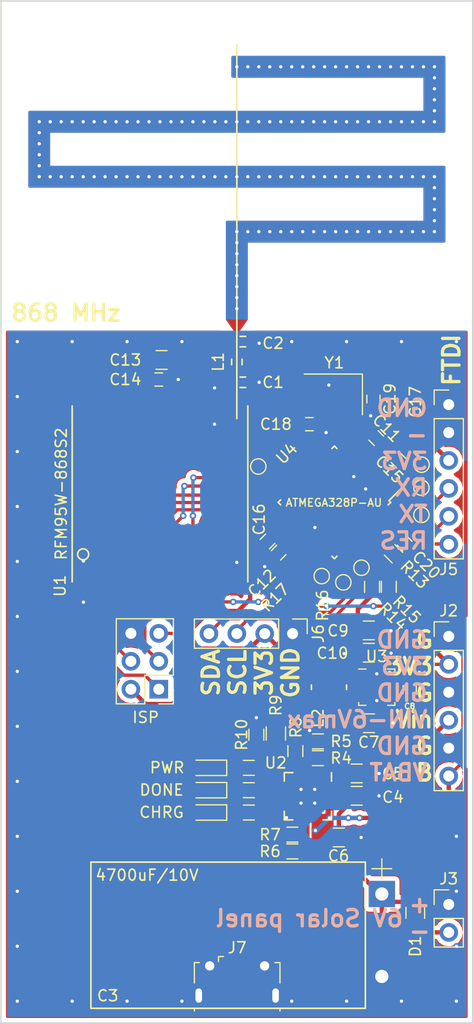
<source format=kicad_pcb>
(kicad_pcb (version 20171130) (host pcbnew "(5.0.2)-1")
  (title_block (date "sam. 04 avril 2015"))
  (layers (0 F.Cu signal) (31 B.Cu signal) (34 B.Paste user) (35 F.Paste user) (36 B.SilkS user hide) (37 F.SilkS user) (38 B.Mask user) (39 F.Mask user) (44 Edge.Cuts user))
  (net 0 "")
  (net 1 "/13(SCK)")
  (net 2 "/12(**/MOSI)")
  (net 3 "/11(MISO)")
  (net 4 +3V3)
  (net 5 /ANT)
  (net 6 "Net-(C1-Pad1)")
  (net 7 Earth)
  (net 8 VCC)
  (net 9 /VOUT)
  (net 10 /VBAT)
  (net 11 /VSOL)
  (net 12 "Net-(D2-Pad1)")
  (net 13 "Net-(D3-Pad1)")
  (net 14 "Net-(D4-Pad1)")
  (net 15 "Net-(R4-Pad2)")
  (net 16 "Net-(R6-Pad1)")
  (net 17 "Net-(R7-Pad1)")
  (net 18 "Net-(R8-Pad2)")
  (net 19 "Net-(R10-Pad2)")
  (net 20 "Net-(C8-Pad1)")
  (net 21 "Net-(L2-Pad2)")
  (net 22 "Net-(L2-Pad1)")
  (net 23 "Net-(C12-Pad1)")
  (net 24 "Net-(C18-Pad1)")
  (net 25 "Net-(C19-Pad1)")
  (net 26 /RES)
  (net 27 /D1/TX)
  (net 28 /D0/RX)
  (net 29 /D9)
  (net 30 /D7)
  (net 31 /D6)
  (net 32 /SDA)
  (net 33 /SCL)
  (net 34 /D5)
  (net 35 "Net-(R1-Pad2)")
  (net 36 "Net-(R2-Pad2)")
  (net 37 "Net-(R3-Pad2)")
  (net 38 /A0)
  (net 39 /DTR)
  (net 40 "/10(**/SS)")
  (net 41 /D2)
  (net 42 /A3)
  (net 43 /A2)
  (net 44 /A1)
  (net 45 /D8)
  (net 46 /D4)
  (net 47 /D3)
  (module Capacitors_SMD:C_0603 (layer F.Cu) (at 164.732 85.814 315)
    (fp_text reference C15 (at -0.027224 1.158594 315) (layer F.SilkS))
    (fp_text value 100n)
    (pad 1 smd rect (at -0.75 0 315) (size 0.8 0.75) (layers F.Cu F.Paste F.Mask) (net 4 +3V3))
    (pad 2 smd rect (at 0.75 0 315) (size 0.8 0.75) (layers F.Cu F.Paste F.Mask) (net 7 Earth))
  )
  (module Capacitors_THT:CP_Radial_D12.5mm_P25mm (layer F.Cu) (at 163.208 129.248 270)
    (fp_text reference C3 (at 5.2578 24.9682) (layer F.SilkS))
    (fp_text value 4700uF/10V (at -5.715 21.3868) (layer F.SilkS))
    (pad 1 thru_hole rect (at -4 0 270) (size 2.4 2.4) (drill 1.2) (layers *.Cu *.Mask) (net 8 VCC))
    (pad 2 thru_hole circle (at 3.5 0 270) (size 2.4 2.4) (drill 1.2) (layers *.Cu *.Mask) (net 7 Earth))
  )
  (module footprints:RFM95W (layer F.Cu) (at 143 88.85 90)
    (fp_text reference U1 (at -8.3686 -9.1036 90) (layer F.SilkS))
    (fp_text value RFM95W-868S2 (at 0 -9 90) (layer F.SilkS))
    (pad 1 smd rect (at -8 -7 90) (size 2.5 1.2) (layers F.Cu F.Paste F.Mask) (net 7 Earth))
    (pad 2 smd rect (at -8 -5 90) (size 2.5 1.2) (layers F.Cu F.Paste F.Mask) (net 2 "/12(**/MOSI)"))
    (pad 3 smd rect (at -8 -3 90) (size 2.5 1.2) (layers F.Cu F.Paste F.Mask) (net 3 "/11(MISO)"))
    (pad 4 smd rect (at -8 -1 90) (size 2.5 1.2) (layers F.Cu F.Paste F.Mask) (net 1 "/13(SCK)"))
    (pad 5 smd rect (at -8 1 90) (size 2.5 1.2) (layers F.Cu F.Paste F.Mask) (net 40 "/10(**/SS)"))
    (pad 6 smd rect (at -8 3 90) (size 2.5 1.2) (layers F.Cu F.Paste F.Mask) (net 29 /D9))
    (pad 7 smd rect (at -8 5 90) (size 2.5 1.2) (layers F.Cu F.Paste F.Mask))
    (pad 8 smd rect (at -8 7 90) (size 2.5 1.2) (layers F.Cu F.Paste F.Mask) (net 7 Earth))
    (pad 9 smd rect (at 8 7 90) (size 2.5 1.2) (layers F.Cu F.Paste F.Mask) (net 6 "Net-(C1-Pad1)"))
    (pad 10 smd rect (at 8 5 90) (size 2.5 1.2) (layers F.Cu F.Paste F.Mask) (net 7 Earth))
    (pad 11 smd rect (at 8 3 90) (size 2.5 1.2) (layers F.Cu F.Paste F.Mask))
    (pad 12 smd rect (at 8 1 90) (size 2.5 1.2) (layers F.Cu F.Paste F.Mask))
    (pad 13 smd rect (at 8 -1 90) (size 2.5 1.2) (layers F.Cu F.Paste F.Mask) (net 4 +3V3))
    (pad 14 smd rect (at 8 -3 90) (size 2.5 1.2) (layers F.Cu F.Paste F.Mask) (net 34 /D5))
    (pad 15 smd rect (at 8 -5 90) (size 2.5 1.2) (layers F.Cu F.Paste F.Mask) (net 31 /D6))
    (pad 16 smd rect (at 8 -7 90) (size 2.5 1.2) (layers F.Cu F.Paste F.Mask) (net 30 /D7))
  )
  (module Capacitors_SMD:C_0402 (layer F.Cu) (at 150.55 78.7)
    (fp_text reference C1 (at 2.752 0.002) (layer F.SilkS))
    (fp_text value 2p7)
    (pad 1 smd rect (at -0.55 0) (size 0.6 0.5) (layers F.Cu F.Paste F.Mask) (net 6 "Net-(C1-Pad1)"))
    (pad 2 smd rect (at 0.55 0) (size 0.6 0.5) (layers F.Cu F.Paste F.Mask) (net 7 Earth))
  )
  (module Capacitors_SMD:C_0402 (layer F.Cu) (at 150.55 75)
    (fp_text reference C2 (at 2.752 0.146) (layer F.SilkS))
    (fp_text value dnp)
    (pad 2 smd rect (at 0.55 0) (size 0.6 0.5) (layers F.Cu F.Paste F.Mask) (net 7 Earth))
    (pad 1 smd rect (at -0.55 0) (size 0.6 0.5) (layers F.Cu F.Paste F.Mask) (net 5 /ANT))
  )
  (module Capacitors_SMD:C_0402 (layer F.Cu) (at 150 76.85 90)
    (fp_text reference L1 (at 0 -1.7 90) (layer F.SilkS))
    (fp_text value 1n8)
    (pad 1 smd rect (at -0.55 0 90) (size 0.6 0.5) (layers F.Cu F.Paste F.Mask) (net 6 "Net-(C1-Pad1)"))
    (pad 2 smd rect (at 0.55 0 90) (size 0.6 0.5) (layers F.Cu F.Paste F.Mask) (net 5 /ANT))
  )
  (module Capacitors_SMD:C_0805 (layer F.Cu) (at 160.921533 116.31309)
    (fp_text reference C4 (at 3.298467 0.12691) (layer F.SilkS))
    (fp_text value 10u)
    (pad 1 smd rect (at -1 0) (size 1 1.25) (layers F.Cu F.Paste F.Mask) (net 8 VCC))
    (pad 2 smd rect (at 1 0) (size 1 1.25) (layers F.Cu F.Paste F.Mask) (net 7 Earth))
  )
  (module Capacitors_SMD:C_0805 (layer F.Cu) (at 160.921533 114.28109)
    (fp_text reference C5 (at 3.278467 0.01891) (layer F.SilkS))
    (fp_text value 10u)
    (pad 2 smd rect (at 1 0) (size 1 1.25) (layers F.Cu F.Paste F.Mask) (net 7 Earth))
    (pad 1 smd rect (at -1 0) (size 1 1.25) (layers F.Cu F.Paste F.Mask) (net 9 /VOUT))
  )
  (module Capacitors_SMD:C_0805 (layer F.Cu) (at 159.2964 120.104)
    (fp_text reference C6 (at -0.0264 1.676) (layer F.SilkS))
    (fp_text value 10u)
    (pad 1 smd rect (at -1 0) (size 1 1.25) (layers F.Cu F.Paste F.Mask) (net 10 /VBAT))
    (pad 2 smd rect (at 1 0) (size 1 1.25) (layers F.Cu F.Paste F.Mask) (net 7 Earth))
  )
  (module Capacitors_SMD:C_0805 (layer F.Cu) (at 166.256 126.962 270)
    (fp_text reference D1 (at 3.048 0 270) (layer F.SilkS))
    (fp_text value MBR120VLSFT1G)
    (pad 2 smd rect (at 1 0 270) (size 1 1.25) (layers F.Cu F.Paste F.Mask) (net 11 /VSOL))
    (pad 1 smd rect (at -1 0 270) (size 1 1.25) (layers F.Cu F.Paste F.Mask) (net 8 VCC))
  )
  (module Resistors_SMD:R_0603 (layer F.Cu) (at 151.091733 117.83709)
    (fp_text reference R1 hide)
    (fp_text value 1k)
    (pad 1 smd rect (at -0.75 0) (size 0.5 0.9) (layers F.Cu F.Paste F.Mask) (net 12 "Net-(D2-Pad1)"))
    (pad 2 smd rect (at 0.75 0) (size 0.5 0.9) (layers F.Cu F.Paste F.Mask) (net 35 "Net-(R1-Pad2)"))
  )
  (module Resistors_SMD:R_0603 (layer F.Cu) (at 151.091733 115.80509)
    (fp_text reference R2 hide)
    (fp_text value 1k)
    (pad 2 smd rect (at 0.75 0) (size 0.5 0.9) (layers F.Cu F.Paste F.Mask) (net 36 "Net-(R2-Pad2)"))
    (pad 1 smd rect (at -0.75 0) (size 0.5 0.9) (layers F.Cu F.Paste F.Mask) (net 13 "Net-(D3-Pad1)"))
  )
  (module Resistors_SMD:R_0603 (layer F.Cu) (at 151.091733 113.77309)
    (fp_text reference R3 hide)
    (fp_text value 1k)
    (pad 2 smd rect (at 0.75 0) (size 0.5 0.9) (layers F.Cu F.Paste F.Mask) (net 37 "Net-(R3-Pad2)"))
    (pad 1 smd rect (at -0.75 0) (size 0.5 0.9) (layers F.Cu F.Paste F.Mask) (net 14 "Net-(D4-Pad1)"))
  )
  (module Resistors_SMD:R_0603 (layer F.Cu) (at 157.38509 112.890867)
    (fp_text reference R4 (at 2.11451 -0.000467) (layer F.SilkS))
    (fp_text value 270k)
    (pad 1 smd rect (at -0.75 0) (size 0.5 0.9) (layers F.Cu F.Paste F.Mask) (net 8 VCC))
    (pad 2 smd rect (at 0.75 0) (size 0.5 0.9) (layers F.Cu F.Paste F.Mask) (net 15 "Net-(R4-Pad2)"))
  )
  (module Resistors_SMD:R_0603 (layer F.Cu) (at 157.38509 111.366867 180)
    (fp_text reference R5 (at -2.11451 0.000467 180) (layer F.SilkS))
    (fp_text value 100k)
    (pad 2 smd rect (at 0.75 0 180) (size 0.5 0.9) (layers F.Cu F.Paste F.Mask) (net 7 Earth))
    (pad 1 smd rect (at -0.75 0 180) (size 0.5 0.9) (layers F.Cu F.Paste F.Mask) (net 15 "Net-(R4-Pad2)"))
  )
  (module Resistors_SMD:R_0603 (layer F.Cu) (at 155.06091 121.373533 180)
    (fp_text reference R6 (at 2.032 0 180) (layer F.SilkS))
    (fp_text value 2k)
    (pad 1 smd rect (at -0.75 0 180) (size 0.5 0.9) (layers F.Cu F.Paste F.Mask) (net 16 "Net-(R6-Pad1)"))
    (pad 2 smd rect (at 0.75 0 180) (size 0.5 0.9) (layers F.Cu F.Paste F.Mask) (net 7 Earth))
  )
  (module Resistors_SMD:R_0603 (layer F.Cu) (at 155.06091 119.849533 180)
    (fp_text reference R7 (at 2.032 0 180) (layer F.SilkS))
    (fp_text value 100k)
    (pad 2 smd rect (at 0.75 0 180) (size 0.5 0.9) (layers F.Cu F.Paste F.Mask) (net 7 Earth))
    (pad 1 smd rect (at -0.75 0 180) (size 0.5 0.9) (layers F.Cu F.Paste F.Mask) (net 17 "Net-(R7-Pad1)"))
  )
  (module Resistors_SMD:R_0603 (layer F.Cu) (at 155.333533 112.24909 270)
    (fp_text reference R8 (at -2.15269 -0.051267 270) (layer F.SilkS))
    (fp_text value 1k54)
    (pad 2 smd rect (at 0.75 0 270) (size 0.5 0.9) (layers F.Cu F.Paste F.Mask) (net 18 "Net-(R8-Pad2)"))
    (pad 1 smd rect (at -0.75 0 270) (size 0.5 0.9) (layers F.Cu F.Paste F.Mask) (net 19 "Net-(R10-Pad2)"))
  )
  (module Resistors_SMD:R_0805 (layer F.Cu) (at 153.555533 110.64889 270)
    (fp_text reference R9 (at -2.55909 -0.000467 270) (layer F.SilkS))
    (fp_text value "THERM 10k")
    (pad 2 smd rect (at 0.95 0 270) (size 0.7 1.3) (layers F.Cu F.Paste F.Mask) (net 19 "Net-(R10-Pad2)"))
    (pad 1 smd rect (at -0.95 0 270) (size 0.7 1.3) (layers F.Cu F.Paste F.Mask) (net 7 Earth))
  )
  (module Resistors_SMD:R_0603 (layer F.Cu) (at 151.777533 110.7568 270)
    (fp_text reference R10 (at 0 1.345733 270) (layer F.SilkS))
    (fp_text value 69k8)
    (pad 1 smd rect (at -0.75 0 270) (size 0.5 0.9) (layers F.Cu F.Paste F.Mask) (net 7 Earth))
    (pad 2 smd rect (at 0.75 0 270) (size 0.5 0.9) (layers F.Cu F.Paste F.Mask) (net 19 "Net-(R10-Pad2)"))
  )
  (module Housings_DFN_QFN:QFN-20-1EP_4x4mm_Pitch0.5mm (layer F.Cu) (at 156.472033 116.356471 270)
    (fp_text reference U2 (at -3.036471 2.932033) (layer F.SilkS))
    (fp_text value MCP73871)
    (pad 21 smd rect (at -0.625 -0.625 270) (size 1.25 1.25) (layers F.Cu F.Paste F.Mask) (net 7 Earth))
    (pad 21 smd rect (at -0.625 0.625 270) (size 1.25 1.25) (layers F.Cu F.Paste F.Mask) (net 7 Earth))
    (pad 21 smd rect (at 0.625 -0.625 270) (size 1.25 1.25) (layers F.Cu F.Paste F.Mask) (net 7 Earth))
    (pad 21 smd rect (at 0.625 0.625 270) (size 1.25 1.25) (layers F.Cu F.Paste F.Mask) (net 7 Earth))
    (pad 20 smd rect (at -1 -1.965) (size 0.73 0.3) (layers F.Cu F.Paste F.Mask) (net 9 /VOUT))
    (pad 19 smd rect (at -0.5 -1.965) (size 0.73 0.3) (layers F.Cu F.Paste F.Mask) (net 8 VCC))
    (pad 18 smd rect (at 0 -1.965) (size 0.73 0.3) (layers F.Cu F.Paste F.Mask) (net 8 VCC))
    (pad 17 smd rect (at 0.5 -1.965) (size 0.73 0.3) (layers F.Cu F.Paste F.Mask) (net 8 VCC))
    (pad 16 smd rect (at 1 -1.965) (size 0.73 0.3) (layers F.Cu F.Paste F.Mask) (net 10 /VBAT))
    (pad 15 smd rect (at 1.965 -1 270) (size 0.73 0.3) (layers F.Cu F.Paste F.Mask) (net 10 /VBAT))
    (pad 14 smd rect (at 1.965 -0.5 270) (size 0.73 0.3) (layers F.Cu F.Paste F.Mask) (net 10 /VBAT))
    (pad 13 smd rect (at 1.965 0 270) (size 0.73 0.3) (layers F.Cu F.Paste F.Mask) (net 16 "Net-(R6-Pad1)"))
    (pad 12 smd rect (at 1.965 0.5 270) (size 0.73 0.3) (layers F.Cu F.Paste F.Mask) (net 17 "Net-(R7-Pad1)"))
    (pad 11 smd rect (at 1.965 1 270) (size 0.73 0.3) (layers F.Cu F.Paste F.Mask) (net 7 Earth))
    (pad 10 smd rect (at 1 1.965) (size 0.73 0.3) (layers F.Cu F.Paste F.Mask) (net 7 Earth))
    (pad 9 smd rect (at 0.5 1.965) (size 0.73 0.3) (layers F.Cu F.Paste F.Mask) (net 8 VCC))
    (pad 8 smd rect (at 0 1.965) (size 0.73 0.3) (layers F.Cu F.Paste F.Mask) (net 35 "Net-(R1-Pad2)"))
    (pad 7 smd rect (at -0.5 1.965) (size 0.73 0.3) (layers F.Cu F.Paste F.Mask) (net 36 "Net-(R2-Pad2)"))
    (pad 6 smd rect (at -1 1.965) (size 0.73 0.3) (layers F.Cu F.Paste F.Mask) (net 37 "Net-(R3-Pad2)"))
    (pad 5 smd rect (at -1.965 1 270) (size 0.73 0.3) (layers F.Cu F.Paste F.Mask) (net 18 "Net-(R8-Pad2)"))
    (pad 4 smd rect (at -1.965 0.5 270) (size 0.73 0.3) (layers F.Cu F.Paste F.Mask) (net 8 VCC))
    (pad 3 smd rect (at -1.965 0 270) (size 0.73 0.3) (layers F.Cu F.Paste F.Mask) (net 8 VCC))
    (pad 2 smd rect (at -1.965 -0.5 270) (size 0.73 0.3) (layers F.Cu F.Paste F.Mask) (net 15 "Net-(R4-Pad2)"))
    (pad 1 smd rect (at -1.965 -1 270) (size 0.73 0.3) (layers F.Cu F.Paste F.Mask) (net 9 /VOUT))
  )
  (module Capacitors_SMD:C_0805 (layer F.Cu) (at 162.0396 109.7154)
    (fp_text reference C7 (at -0.0254 1.7272) (layer F.SilkS))
    (fp_text value 10u)
    (pad 2 smd rect (at 1 0) (size 1 1.25) (layers F.Cu F.Paste F.Mask) (net 7 Earth))
    (pad 1 smd rect (at -1 0) (size 1 1.25) (layers F.Cu F.Paste F.Mask) (net 9 /VOUT))
  )
  (module Capacitors_SMD:C_0603 (layer F.Cu) (at 165.748 106.642 90)
    (fp_text reference C8 (at -1.524 0 180) (layer F.SilkS) (effects (font (size 0.5 0.5) (thickness 0.125))))
    (fp_text value 100n)
    (pad 1 smd rect (at -0.75 0 90) (size 0.8 0.75) (layers F.Cu F.Paste F.Mask) (net 20 "Net-(C8-Pad1)"))
    (pad 2 smd rect (at 0.75 0 90) (size 0.8 0.75) (layers F.Cu F.Paste F.Mask) (net 7 Earth))
  )
  (module Capacitors_SMD:C_0805 (layer F.Cu) (at 162.021721 101.268279)
    (fp_text reference C9 (at -2.801521 0.039721) (layer F.SilkS))
    (fp_text value 10u)
    (pad 1 smd rect (at -1 0) (size 1 1.25) (layers F.Cu F.Paste F.Mask) (net 4 +3V3))
    (pad 2 smd rect (at 1 0) (size 1 1.25) (layers F.Cu F.Paste F.Mask) (net 7 Earth))
  )
  (module Capacitors_SMD:C_0805 (layer F.Cu) (at 162.021721 103.300279 180)
    (fp_text reference C10 (at 3.309521 -0.039721 180) (layer F.SilkS))
    (fp_text value 10u)
    (pad 2 smd rect (at 1 0 180) (size 1 1.25) (layers F.Cu F.Paste F.Mask) (net 4 +3V3))
    (pad 1 smd rect (at -1 0 180) (size 1 1.25) (layers F.Cu F.Paste F.Mask) (net 7 Earth))
  )
  (module Inductors:Inductor_Wurth_MAPI-3012 (layer F.Cu) (at 158.3947 106.4388 90)
    (fp_text reference L2 (at -2.8194 -1.0033 90) (layer F.SilkS))
    (fp_text value 1u5)
    (pad 2 smd rect (at 1.05 0 90) (size 1.3 3.4) (layers F.Cu F.Paste F.Mask) (net 21 "Net-(L2-Pad2)"))
    (pad 1 smd rect (at -1.05 0 90) (size 1.3 3.4) (layers F.Cu F.Paste F.Mask) (net 22 "Net-(L2-Pad1)"))
  )
  (module Capacitors_SMD:C_0603 (layer F.Cu) (at 162.7 83.782 315)
    (fp_text reference C11 (at 0.017678 -1.310976 315) (layer F.SilkS))
    (fp_text value 100n)
    (pad 2 smd rect (at 0.75 0 315) (size 0.8 0.75) (layers F.Cu F.Paste F.Mask) (net 7 Earth))
    (pad 1 smd rect (at -0.75 0 315) (size 0.8 0.75) (layers F.Cu F.Paste F.Mask) (net 4 +3V3))
  )
  (module Capacitors_SMD:C_0603 (layer F.Cu) (at 153.81 94.196 225)
    (fp_text reference C12 (at 3.053287 -0.898026 225) (layer F.SilkS))
    (fp_text value 100n)
    (pad 1 smd rect (at -0.75 0 225) (size 0.8 0.75) (layers F.Cu F.Paste F.Mask) (net 23 "Net-(C12-Pad1)"))
    (pad 2 smd rect (at 0.75 0 225) (size 0.8 0.75) (layers F.Cu F.Paste F.Mask) (net 7 Earth))
  )
  (module Capacitors_SMD:C_0805 (layer F.Cu) (at 143.142 76.67)
    (fp_text reference C13 (at -3.302 0) (layer F.SilkS))
    (fp_text value 10u)
    (pad 2 smd rect (at 1 0) (size 1 1.25) (layers F.Cu F.Paste F.Mask) (net 7 Earth))
    (pad 1 smd rect (at -1 0) (size 1 1.25) (layers F.Cu F.Paste F.Mask) (net 4 +3V3))
  )
  (module Capacitors_SMD:C_0603 (layer F.Cu) (at 142.888 78.448)
    (fp_text reference C14 (at -3.048 0) (layer F.SilkS))
    (fp_text value 100n)
    (pad 1 smd rect (at -0.75 0) (size 0.8 0.75) (layers F.Cu F.Paste F.Mask) (net 4 +3V3))
    (pad 2 smd rect (at 0.75 0) (size 0.8 0.75) (layers F.Cu F.Paste F.Mask) (net 7 Earth))
  )
  (module Capacitors_SMD:C_0603 (layer F.Cu) (at 152.794 93.18 225)
    (fp_text reference C16 (at -0.880065 1.957696 270) (layer F.SilkS))
    (fp_text value 100n)
    (pad 2 smd rect (at 0.75 0 225) (size 0.8 0.75) (layers F.Cu F.Paste F.Mask) (net 7 Earth))
    (pad 1 smd rect (at -0.75 0 225) (size 0.8 0.75) (layers F.Cu F.Paste F.Mask) (net 4 +3V3))
  )
  (module Capacitors_SMD:C_0603 (layer F.Cu) (at 156.604 82.512)
    (fp_text reference C18 (at -3.048 0) (layer F.SilkS))
    (fp_text value 12p)
    (pad 2 smd rect (at 0.75 0) (size 0.8 0.75) (layers F.Cu F.Paste F.Mask) (net 7 Earth))
    (pad 1 smd rect (at -0.75 0) (size 0.8 0.75) (layers F.Cu F.Paste F.Mask) (net 24 "Net-(C18-Pad1)"))
  )
  (module Capacitors_SMD:C_0603 (layer F.Cu) (at 162.446 80.226 270)
    (fp_text reference C19 (at 0 -1.5 270) (layer F.SilkS))
    (fp_text value 12p)
    (pad 1 smd rect (at -0.75 0 270) (size 0.8 0.75) (layers F.Cu F.Paste F.Mask) (net 25 "Net-(C19-Pad1)"))
    (pad 2 smd rect (at 0.75 0 270) (size 0.8 0.75) (layers F.Cu F.Paste F.Mask) (net 7 Earth))
  )
  (module Capacitors_SMD:C_0603 (layer F.Cu) (at 165.2905 93.345 315)
    (fp_text reference C20 (at 2.783879 0 315) (layer F.SilkS))
    (fp_text value 100n)
    (pad 2 smd rect (at 0.75 0 315) (size 0.8 0.75) (layers F.Cu F.Paste F.Mask) (net 39 /DTR))
    (pad 1 smd rect (at -0.75 0 315) (size 0.8 0.75) (layers F.Cu F.Paste F.Mask) (net 26 /RES))
  )
  (module Pin_Headers:Pin_Header_Straight_2x03_Pitch2.54mm (layer F.Cu) (at 142.888 106.62 180)
    (fp_text reference J4 hide)
    (fp_text value ISP (at 1.18872 -2.562 180) (layer F.SilkS))
    (pad 6 thru_hole oval (at 2.54 5.08 180) (size 1.7 1.7) (drill 1) (layers *.Cu *.Mask) (net 7 Earth))
    (pad 5 thru_hole oval (at 0 5.08 180) (size 1.7 1.7) (drill 1) (layers *.Cu *.Mask) (net 26 /RES))
    (pad 4 thru_hole oval (at 2.54 2.54 180) (size 1.7 1.7) (drill 1) (layers *.Cu *.Mask) (net 3 "/11(MISO)"))
    (pad 3 thru_hole oval (at 0 2.54 180) (size 1.7 1.7) (drill 1) (layers *.Cu *.Mask) (net 1 "/13(SCK)"))
    (pad 2 thru_hole oval (at 2.54 0 180) (size 1.7 1.7) (drill 1) (layers *.Cu *.Mask) (net 4 +3V3))
    (pad 1 thru_hole rect (at 0 0 180) (size 1.7 1.7) (drill 1) (layers *.Cu *.Mask) (net 2 "/12(**/MOSI)"))
  )
  (module Pin_Headers:Pin_Header_Straight_1x06_Pitch2.54mm (layer F.Cu) (at 169.304 80.734)
    (fp_text reference J5 (at 0 14.986) (layer F.SilkS))
    (fp_text value Conn_01x06)
    (pad 6 thru_hole oval (at 0 12.7) (size 1.7 1.7) (drill 1) (layers *.Cu *.Mask) (net 39 /DTR))
    (pad 5 thru_hole oval (at 0 10.16) (size 1.7 1.7) (drill 1) (layers *.Cu *.Mask) (net 27 /D1/TX))
    (pad 4 thru_hole oval (at 0 7.62) (size 1.7 1.7) (drill 1) (layers *.Cu *.Mask) (net 28 /D0/RX))
    (pad 3 thru_hole oval (at 0 5.08) (size 1.7 1.7) (drill 1) (layers *.Cu *.Mask) (net 4 +3V3))
    (pad 2 thru_hole oval (at 0 2.54) (size 1.7 1.7) (drill 1) (layers *.Cu *.Mask) (net 7 Earth))
    (pad 1 thru_hole rect (at 0 0) (size 1.7 1.7) (drill 1) (layers *.Cu *.Mask) (net 7 Earth))
  )
  (module Resistors_SMD:R_0603 (layer F.Cu) (at 164.2745 94.2975 135)
    (fp_text reference R13 (at -2.694077 0 135) (layer F.SilkS))
    (fp_text value 10k)
    (pad 2 smd rect (at 0.75 0 135) (size 0.5 0.9) (layers F.Cu F.Paste F.Mask) (net 26 /RES))
    (pad 1 smd rect (at -0.75 0 135) (size 0.5 0.9) (layers F.Cu F.Paste F.Mask) (net 4 +3V3))
  )
  (module Housings_QFP:TQFP-32_7x7mm_Pitch0.8mm (layer F.Cu) (at 158.89 89.624 225)
    (fp_text reference U4 (at -0.071842 6.214337 225) (layer F.SilkS))
    (fp_text value ATMEGA328P-AU (at 0.053882 0.017961) (layer F.SilkS) (effects (font (size 0.7 0.7) (thickness 0.125))))
    (pad 32 smd rect (at -2.8 -4.25 315) (size 1.6 0.55) (layers F.Cu F.Paste F.Mask) (net 41 /D2))
    (pad 31 smd rect (at -2 -4.25 315) (size 1.6 0.55) (layers F.Cu F.Paste F.Mask) (net 27 /D1/TX))
    (pad 30 smd rect (at -1.2 -4.25 315) (size 1.6 0.55) (layers F.Cu F.Paste F.Mask) (net 28 /D0/RX))
    (pad 29 smd rect (at -0.4 -4.25 315) (size 1.6 0.55) (layers F.Cu F.Paste F.Mask) (net 26 /RES))
    (pad 28 smd rect (at 0.4 -4.25 315) (size 1.6 0.55) (layers F.Cu F.Paste F.Mask) (net 33 /SCL))
    (pad 27 smd rect (at 1.2 -4.25 315) (size 1.6 0.55) (layers F.Cu F.Paste F.Mask) (net 32 /SDA))
    (pad 26 smd rect (at 2 -4.25 315) (size 1.6 0.55) (layers F.Cu F.Paste F.Mask) (net 42 /A3))
    (pad 25 smd rect (at 2.8 -4.25 315) (size 1.6 0.55) (layers F.Cu F.Paste F.Mask) (net 43 /A2))
    (pad 24 smd rect (at 4.25 -2.8 225) (size 1.6 0.55) (layers F.Cu F.Paste F.Mask) (net 44 /A1))
    (pad 23 smd rect (at 4.25 -2 225) (size 1.6 0.55) (layers F.Cu F.Paste F.Mask) (net 38 /A0))
    (pad 22 smd rect (at 4.25 -1.2 225) (size 1.6 0.55) (layers F.Cu F.Paste F.Mask))
    (pad 21 smd rect (at 4.25 -0.4 225) (size 1.6 0.55) (layers F.Cu F.Paste F.Mask) (net 7 Earth))
    (pad 20 smd rect (at 4.25 0.4 225) (size 1.6 0.55) (layers F.Cu F.Paste F.Mask) (net 23 "Net-(C12-Pad1)"))
    (pad 19 smd rect (at 4.25 1.2 225) (size 1.6 0.55) (layers F.Cu F.Paste F.Mask))
    (pad 18 smd rect (at 4.25 2 225) (size 1.6 0.55) (layers F.Cu F.Paste F.Mask) (net 4 +3V3))
    (pad 17 smd rect (at 4.25 2.8 225) (size 1.6 0.55) (layers F.Cu F.Paste F.Mask) (net 1 "/13(SCK)"))
    (pad 16 smd rect (at 2.8 4.25 315) (size 1.6 0.55) (layers F.Cu F.Paste F.Mask) (net 2 "/12(**/MOSI)"))
    (pad 15 smd rect (at 2 4.25 315) (size 1.6 0.55) (layers F.Cu F.Paste F.Mask) (net 3 "/11(MISO)"))
    (pad 14 smd rect (at 1.2 4.25 315) (size 1.6 0.55) (layers F.Cu F.Paste F.Mask) (net 40 "/10(**/SS)"))
    (pad 13 smd rect (at 0.4 4.25 315) (size 1.6 0.55) (layers F.Cu F.Paste F.Mask) (net 29 /D9))
    (pad 12 smd rect (at -0.4 4.25 315) (size 1.6 0.55) (layers F.Cu F.Paste F.Mask) (net 45 /D8))
    (pad 11 smd rect (at -1.2 4.25 315) (size 1.6 0.55) (layers F.Cu F.Paste F.Mask) (net 30 /D7))
    (pad 10 smd rect (at -2 4.25 315) (size 1.6 0.55) (layers F.Cu F.Paste F.Mask) (net 31 /D6))
    (pad 9 smd rect (at -2.8 4.25 315) (size 1.6 0.55) (layers F.Cu F.Paste F.Mask) (net 34 /D5))
    (pad 8 smd rect (at -4.25 2.8 225) (size 1.6 0.55) (layers F.Cu F.Paste F.Mask) (net 24 "Net-(C18-Pad1)"))
    (pad 7 smd rect (at -4.25 2 225) (size 1.6 0.55) (layers F.Cu F.Paste F.Mask) (net 25 "Net-(C19-Pad1)"))
    (pad 6 smd rect (at -4.25 1.2 225) (size 1.6 0.55) (layers F.Cu F.Paste F.Mask) (net 4 +3V3))
    (pad 5 smd rect (at -4.25 0.4 225) (size 1.6 0.55) (layers F.Cu F.Paste F.Mask) (net 7 Earth))
    (pad 4 smd rect (at -4.25 -0.4 225) (size 1.6 0.55) (layers F.Cu F.Paste F.Mask) (net 4 +3V3))
    (pad 3 smd rect (at -4.25 -1.2 225) (size 1.6 0.55) (layers F.Cu F.Paste F.Mask) (net 7 Earth))
    (pad 2 smd rect (at -4.25 -2 225) (size 1.6 0.55) (layers F.Cu F.Paste F.Mask) (net 46 /D4))
    (pad 1 smd rect (at -4.25 -2.8 225) (size 1.6 0.55) (layers F.Cu F.Paste F.Mask) (net 47 /D3))
  )
  (module Crystals:Crystal_SMD_5032-4pin_5.0x3.2mm (layer F.Cu) (at 158.790432 79.800024 180)
    (fp_text reference Y1 (at -0.099568 2.876024 180) (layer F.SilkS))
    (fp_text value "8MHz HC5032/4")
    (pad 4 smd rect (at -1.65 -1 180) (size 1.6 1.3) (layers F.Cu F.Paste F.Mask) (net 7 Earth))
    (pad 3 smd rect (at 1.65 -1 180) (size 1.6 1.3) (layers F.Cu F.Paste F.Mask) (net 24 "Net-(C18-Pad1)"))
    (pad 2 smd rect (at 1.65 1 180) (size 1.6 1.3) (layers F.Cu F.Paste F.Mask) (net 7 Earth))
    (pad 1 smd rect (at -1.65 1 180) (size 1.6 1.3) (layers F.Cu F.Paste F.Mask) (net 25 "Net-(C19-Pad1)"))
  )
  (module LEDs:LED_0805 (layer F.Cu) (at 147.281733 117.83709 180)
    (fp_text reference D2 hide)
    (fp_text value CHRG (at 4.139733 0.01909 180) (layer F.SilkS))
    (pad 1 smd rect (at -1.1 0) (size 1.2 1.2) (layers F.Cu F.Paste F.Mask) (net 12 "Net-(D2-Pad1)"))
    (pad 2 smd rect (at 1.1 0) (size 1.2 1.2) (layers F.Cu F.Paste F.Mask) (net 8 VCC))
  )
  (module LEDs:LED_0805 (layer F.Cu) (at 147.281733 115.80509 180)
    (fp_text reference D3 hide)
    (fp_text value DONE (at 4.139733 0.01909 180) (layer F.SilkS))
    (pad 2 smd rect (at 1.1 0) (size 1.2 1.2) (layers F.Cu F.Paste F.Mask) (net 8 VCC))
    (pad 1 smd rect (at -1.1 0) (size 1.2 1.2) (layers F.Cu F.Paste F.Mask) (net 13 "Net-(D3-Pad1)"))
  )
  (module LEDs:LED_0805 (layer F.Cu) (at 147.281733 113.77309 180)
    (fp_text reference D4 hide)
    (fp_text value PWR (at 3.631733 0.01909 180) (layer F.SilkS))
    (pad 1 smd rect (at -1.1 0) (size 1.2 1.2) (layers F.Cu F.Paste F.Mask) (net 14 "Net-(D4-Pad1)"))
    (pad 2 smd rect (at 1.1 0) (size 1.2 1.2) (layers F.Cu F.Paste F.Mask) (net 8 VCC))
  )
  (module Pin_Headers:Pin_Header_Straight_1x06_Pitch2.54mm (layer F.Cu) (at 169.304 101.816)
    (fp_text reference J2 (at 0 -2.33) (layer F.SilkS))
    (fp_text value Conn_01x06)
    (pad 6 thru_hole oval (at 0 12.7) (size 1.7 1.7) (drill 1) (layers *.Cu *.Mask) (net 10 /VBAT))
    (pad 5 thru_hole oval (at 0 10.16) (size 1.7 1.7) (drill 1) (layers *.Cu *.Mask) (net 7 Earth))
    (pad 4 thru_hole oval (at 0 7.62) (size 1.7 1.7) (drill 1) (layers *.Cu *.Mask) (net 9 /VOUT))
    (pad 3 thru_hole oval (at 0 5.08) (size 1.7 1.7) (drill 1) (layers *.Cu *.Mask) (net 7 Earth))
    (pad 2 thru_hole oval (at 0 2.54) (size 1.7 1.7) (drill 1) (layers *.Cu *.Mask) (net 4 +3V3))
    (pad 1 thru_hole rect (at 0 0) (size 1.7 1.7) (drill 1) (layers *.Cu *.Mask) (net 7 Earth))
  )
  (module Pin_Headers:Pin_Header_Straight_1x02_Pitch2.54mm (layer F.Cu) (at 169.304 126.2)
    (fp_text reference J3 (at 0 -2.33) (layer F.SilkS))
    (fp_text value Conn_01x02)
    (pad 2 thru_hole oval (at 0 2.54) (size 1.7 1.7) (drill 1) (layers *.Cu *.Mask) (net 11 /VSOL))
    (pad 1 thru_hole rect (at 0 0) (size 1.7 1.7) (drill 1) (layers *.Cu *.Mask) (net 7 Earth))
  )
  (module Pin_Headers:Pin_Header_Straight_1x04_Pitch2.54mm (layer F.Cu) (at 155.08 101.562 270)
    (fp_text reference J6 (at 0 -2.33 270) (layer F.SilkS))
    (fp_text value Conn_01x04)
    (pad 4 thru_hole oval (at 0 7.62 270) (size 1.7 1.7) (drill 1) (layers *.Cu *.Mask) (net 32 /SDA))
    (pad 3 thru_hole oval (at 0 5.08 270) (size 1.7 1.7) (drill 1) (layers *.Cu *.Mask) (net 33 /SCL))
    (pad 2 thru_hole oval (at 0 2.54 270) (size 1.7 1.7) (drill 1) (layers *.Cu *.Mask) (net 4 +3V3))
    (pad 1 thru_hole rect (at 0 0 270) (size 1.7 1.7) (drill 1) (layers *.Cu *.Mask) (net 7 Earth))
  )
  (module Resistors_SMD:R_0603 (layer F.Cu) (at 162.319 97.3075 90)
    (fp_text reference R14 (at -2.705 1.892 135) (layer F.SilkS))
    (fp_text value 4k7)
    (pad 1 smd rect (at -0.75 0 90) (size 0.5 0.9) (layers F.Cu F.Paste F.Mask) (net 4 +3V3))
    (pad 2 smd rect (at 0.75 0 90) (size 0.5 0.9) (layers F.Cu F.Paste F.Mask) (net 32 /SDA))
  )
  (module Resistors_SMD:R_0603 (layer F.Cu) (at 163.843 97.3075 90)
    (fp_text reference R15 (at -2.07 1.638 135) (layer F.SilkS))
    (fp_text value 4k7)
    (pad 2 smd rect (at 0.75 0 90) (size 0.5 0.9) (layers F.Cu F.Paste F.Mask) (net 33 /SCL))
    (pad 1 smd rect (at -0.75 0 90) (size 0.5 0.9) (layers F.Cu F.Paste F.Mask) (net 4 +3V3))
  )
  (module Connector_USB:USB_Micro-B_Molex-105017-0001 (layer F.Cu) (at 150.03 133.2505)
    (fp_text reference J7 (at 0 -3.1125) (layer F.SilkS))
    (fp_text value USB_B_Micro)
    (pad 6 smd rect (at 1 1.2375) (size 1.5 1.9) (layers F.Cu F.Paste F.Mask) (net 7 Earth))
    (pad 6 thru_hole circle (at -2.5 -1.4625) (size 1.45 1.45) (drill 0.85) (layers *.Cu *.Mask) (net 7 Earth))
    (pad 2 smd rect (at -0.65 -1.4625) (size 0.4 1.35) (layers F.Cu F.Paste F.Mask))
    (pad 1 smd rect (at -1.3 -1.4625) (size 0.4 1.35) (layers F.Cu F.Paste F.Mask) (net 8 VCC))
    (pad 5 smd rect (at 1.3 -1.4625) (size 0.4 1.35) (layers F.Cu F.Paste F.Mask) (net 7 Earth))
    (pad 4 smd rect (at 0.65 -1.4625) (size 0.4 1.35) (layers F.Cu F.Paste F.Mask))
    (pad 3 smd rect (at 0 -1.4625) (size 0.4 1.35) (layers F.Cu F.Paste F.Mask))
    (pad 6 thru_hole circle (at 2.5 -1.4625) (size 1.45 1.45) (drill 0.85) (layers *.Cu *.Mask) (net 7 Earth))
    (pad 6 smd rect (at -1 1.2375) (size 1.5 1.9) (layers F.Cu F.Paste F.Mask) (net 7 Earth))
    (pad 6 thru_hole oval (at -3.5 1.2375 180) (size 1.2 1.9) (drill oval 0.6 1.3) (layers *.Cu *.Mask) (net 7 Earth))
    (pad 6 thru_hole oval (at 3.5 1.2375) (size 1.2 1.9) (drill oval 0.6 1.3) (layers *.Cu *.Mask) (net 7 Earth))
    (pad 6 smd rect (at 2.9 1.2375) (size 1.2 1.9) (layers F.Cu F.Mask) (net 7 Earth))
    (pad 6 smd rect (at -2.9 1.2375) (size 1.2 1.9) (layers F.Cu F.Mask) (net 7 Earth))
  )
  (module Resistor_SMD:R_0603_1608Metric (layer F.Cu) (at 156.337 97.9805 90)
    (fp_text reference R16 (at -1.016 1.4605 90) (layer F.SilkS))
    (fp_text value 330k)
    (pad 2 smd rect (at 0.799999 0 90) (size 0.82 1) (layers F.Cu F.Paste F.Mask) (net 38 /A0))
    (pad 1 smd rect (at -0.799999 0 90) (size 0.82 1) (layers F.Cu F.Paste F.Mask) (net 10 /VBAT))
  )
  (module Resistor_SMD:R_0603_1608Metric (layer F.Cu) (at 155.2575 95.758 225)
    (fp_text reference R17 (at 3.053287 -0.538815 225) (layer F.SilkS))
    (fp_text value 100k)
    (pad 1 smd rect (at -0.799999 0 225) (size 0.82 1) (layers F.Cu F.Paste F.Mask) (net 38 /A0))
    (pad 2 smd rect (at 0.799999 0 225) (size 0.82 1) (layers F.Cu F.Paste F.Mask) (net 7 Earth))
  )
  (module Capacitor_SMD:C_0805_2012Metric (layer F.Cu) (at 166.256 83.528 90)
    (fp_text reference C17 (at 3.048 0 90) (layer F.SilkS))
    (fp_text value 10u)
    (pad 1 smd rect (at -0.88 0 90) (size 1.12 1.4) (layers F.Cu F.Paste F.Mask) (net 4 +3V3))
    (pad 2 smd rect (at 0.88 0 90) (size 1.12 1.4) (layers F.Cu F.Paste F.Mask) (net 7 Earth))
  )
  (module TestPoint:TestPoint_Pad_D1.0mm (layer F.Cu) (at 166.8145 88.2905)
    (fp_text reference J9 hide)
    (fp_text value D3)
    (pad 1 smd circle (at 0 0) (size 1 1) (layers F.Cu F.Mask) (net 47 /D3))
  )
  (module TestPoint:TestPoint_Pad_D1.0mm (layer F.Cu) (at 166.8275 86.195)
    (fp_text reference J10 hide)
    (fp_text value D4)
    (pad 1 smd circle (at 0 0) (size 1 1) (layers F.Cu F.Mask) (net 46 /D4))
  )
  (module TestPoint:TestPoint_Pad_D1.0mm (layer F.Cu) (at 166.8145 90.767)
    (fp_text reference J8 hide)
    (fp_text value D2)
    (pad 1 smd circle (at 0 0) (size 1 1) (layers F.Cu F.Mask) (net 41 /D2))
  )
  (module TestPoint:TestPoint_Pad_D1.0mm (layer F.Cu) (at 157.734 96.3295)
    (fp_text reference J11 hide)
    (fp_text value A1)
    (pad 1 smd circle (at 0 0) (size 1 1) (layers F.Cu F.Mask) (net 44 /A1))
  )
  (module TestPoint:TestPoint_Pad_D1.0mm (layer F.Cu) (at 159.7025 96.901)
    (fp_text reference J12 hide)
    (fp_text value A2)
    (pad 1 smd circle (at 0 0) (size 1 1) (layers F.Cu F.Mask) (net 43 /A2))
  )
  (module TestPoint:TestPoint_Pad_D1.0mm (layer F.Cu) (at 161.3535 95.5675)
    (fp_text reference J13 hide)
    (fp_text value A3)
    (pad 1 smd circle (at 0 0) (size 1 1) (layers F.Cu F.Mask) (net 42 /A3))
  )
  (module TestPoint:TestPoint_Pad_D1.0mm (layer F.Cu) (at 151.9555 86.36)
    (fp_text reference J14 hide)
    (fp_text value D8)
    (pad 1 smd circle (at 0 0) (size 1 1) (layers F.Cu F.Mask) (net 45 /D8))
  )
  (module Package_SON:Texas_S-PWSON-N10 (layer F.Cu) (at 162.749095 106.4355)
    (fp_text reference U3 (at 0 -2.8) (layer F.SilkS))
    (fp_text value TPS63031)
    (pad 11 smd rect (at -0.6 1.425) (size 0.25 0.7) (layers F.Cu F.Mask) (net 7 Earth))
    (pad 11 smd rect (at 0.6 1.425) (size 0.25 0.7) (layers F.Cu F.Mask) (net 7 Earth))
    (pad 11 smd rect (at -0.6 -1.425) (size 0.25 0.7) (layers F.Cu F.Mask) (net 7 Earth))
    (pad 11 smd rect (at 0.6 -1.425) (size 0.25 0.7) (layers F.Cu F.Mask) (net 7 Earth))
    (pad 1 smd oval (at -1.475 -1) (size 0.85 0.28) (layers F.Cu F.Paste F.Mask) (net 4 +3V3))
    (pad 2 smd oval (at -1.475 -0.5) (size 0.85 0.28) (layers F.Cu F.Paste F.Mask) (net 21 "Net-(L2-Pad2)"))
    (pad 3 smd rect (at -1.76 0) (size 0.28 0.28) (layers F.Cu F.Paste F.Mask) (net 7 Earth))
    (pad 4 smd oval (at -1.475 0.5) (size 0.85 0.28) (layers F.Cu F.Paste F.Mask) (net 22 "Net-(L2-Pad1)"))
    (pad 5 smd rect (at -1.76 1) (size 0.28 0.28) (layers F.Cu F.Paste F.Mask) (net 9 /VOUT))
    (pad 6 smd oval (at 1.475 1) (size 0.85 0.28) (layers F.Cu F.Paste F.Mask) (net 20 "Net-(C8-Pad1)"))
    (pad 7 smd oval (at 1.475 0.5) (size 0.85 0.28) (layers F.Cu F.Paste F.Mask) (net 20 "Net-(C8-Pad1)"))
    (pad 8 smd rect (at 1.76 0) (size 0.28 0.28) (layers F.Cu F.Paste F.Mask) (net 20 "Net-(C8-Pad1)"))
    (pad 9 smd rect (at 1.76 -0.5) (size 0.28 0.28) (layers F.Cu F.Paste F.Mask) (net 7 Earth))
    (pad 10 smd rect (at 1.76 -1) (size 0.28 0.28) (layers F.Cu F.Paste F.Mask) (net 4 +3V3))
    (pad 11 smd rect (at -0.2 -1.425) (size 0.25 0.7) (layers F.Cu F.Mask) (net 7 Earth))
    (pad 11 smd rect (at 0.2 -1.425) (size 0.25 0.7) (layers F.Cu F.Mask) (net 7 Earth))
    (pad 11 smd rect (at -0.2 1.425) (size 0.25 0.7) (layers F.Cu F.Mask) (net 7 Earth))
    (pad 11 smd rect (at 0.2 1.425) (size 0.25 0.7) (layers F.Cu F.Mask) (net 7 Earth))
    (pad 11 smd rect (at 0 0) (size 1.7 2.15) (layers F.Cu F.Mask) (net 7 Earth))
    (pad 1 smd rect (at -1.76 -1) (size 0.28 0.28) (layers F.Cu F.Paste F.Mask) (net 4 +3V3))
    (pad 2 smd rect (at -1.76 -0.5) (size 0.28 0.28) (layers F.Cu F.Paste F.Mask) (net 21 "Net-(L2-Pad2)"))
    (pad 3 smd oval (at -1.475 0) (size 0.85 0.28) (layers F.Cu F.Paste F.Mask) (net 7 Earth))
    (pad 4 smd rect (at -1.76 0.5) (size 0.28 0.28) (layers F.Cu F.Paste F.Mask) (net 22 "Net-(L2-Pad1)"))
    (pad 5 smd oval (at -1.475 1) (size 0.85 0.28) (layers F.Cu F.Paste F.Mask) (net 9 /VOUT))
    (pad 6 smd rect (at 1.76 1) (size 0.28 0.28) (layers F.Cu F.Paste F.Mask) (net 20 "Net-(C8-Pad1)"))
    (pad 7 smd rect (at 1.76 0.5) (size 0.28 0.28) (layers F.Cu F.Paste F.Mask) (net 20 "Net-(C8-Pad1)"))
    (pad 8 smd oval (at 1.475 0) (size 0.85 0.28) (layers F.Cu F.Paste F.Mask) (net 20 "Net-(C8-Pad1)"))
    (pad 9 smd oval (at 1.475 -0.5) (size 0.85 0.28) (layers F.Cu F.Paste F.Mask) (net 7 Earth))
    (pad 10 smd oval (at 1.475 -1) (size 0.85 0.28) (layers F.Cu F.Paste F.Mask) (net 4 +3V3))
    (pad 11 smd rect (at -0.435 -0.56) (size 0.65 0.9) (layers F.Cu F.Paste F.Mask) (net 7 Earth))
    (pad 11 smd rect (at 0.435 0.56) (size 0.65 0.9) (layers F.Cu F.Paste F.Mask) (net 7 Earth))
    (pad 11 smd rect (at -0.435 0.56) (size 0.65 0.9) (layers F.Cu F.Paste F.Mask) (net 7 Earth))
    (pad 11 smd rect (at 0.435 -0.56) (size 0.65 0.9) (layers F.Cu F.Paste F.Mask) (net 7 Earth))
    (pad 11 smd rect (at -0.6 -1.425) (size 0.23 0.6) (layers F.Cu F.Paste F.Mask) (net 7 Earth))
    (pad 11 smd rect (at -0.2 -1.425) (size 0.23 0.6) (layers F.Cu F.Paste F.Mask) (net 7 Earth))
    (pad 11 smd rect (at 0.2 -1.425) (size 0.23 0.6) (layers F.Cu F.Paste F.Mask) (net 7 Earth))
    (pad 11 smd rect (at 0.6 -1.425) (size 0.23 0.6) (layers F.Cu F.Paste F.Mask) (net 7 Earth))
    (pad 11 smd rect (at -0.6 1.425) (size 0.23 0.6) (layers F.Cu F.Paste F.Mask) (net 7 Earth))
    (pad 11 smd rect (at -0.2 1.425) (size 0.23 0.6) (layers F.Cu F.Paste F.Mask) (net 7 Earth))
    (pad 11 smd rect (at 0.2 1.425) (size 0.23 0.6) (layers F.Cu F.Paste F.Mask) (net 7 Earth))
    (pad 11 smd rect (at 0.6 1.425) (size 0.23 0.6) (layers F.Cu F.Paste F.Mask) (net 7 Earth))
  )
  (gr_text "6V Solar panel" (at 156.604 127.47) (layer B.SilkS) (effects (font (size 1.5 1.5) (thickness 0.3)) (justify mirror)))
  (gr_text FTDI (at 169.558 76.67 90) (layer F.SilkS) (effects (font (size 1.5 1.5) (thickness 0.3))))
  (gr_text "G\n3V3\nG\nVin\nG\nB\n" (at 168.034 108.166) (layer F.SilkS) (effects (font (size 1.5 1.5) (thickness 0.3)) (justify right)))
  (gr_text "\n+\n-" (at 167.78 126.2) (layer B.SilkS) (effects (font (size 1.5 1.5) (thickness 0.3)) (justify left mirror)))
  (gr_text "GND\n-\n3V3\nRX\nTX\nRES" (at 167.526 87.084) (layer B.SilkS) (effects (font (size 1.5 1.5) (thickness 0.3)) (justify left mirror)))
  (gr_text "GND\n3V3\nGND\nVIN-6Vmax\nGND\nVBAT" (at 167.526 108.166) (layer B.SilkS) (effects (font (size 1.5 1.5) (thickness 0.3)) (justify left mirror)))
  (gr_text "SDA\nSCL\n3V3\nGND" (at 151.27 105.118 90) (layer F.SilkS) (effects (font (size 1.5 1.5) (thickness 0.3))))
  (gr_text "868 MHz\n" (at 129.286 72.39) (layer F.SilkS) (effects (font (size 1.5 1.5) (thickness 0.3)) (justify left)))
  (gr_line (start 128.5 44) (end 128.5 137) (layer Edge.Cuts) (width 0.15))
  (gr_line (start 171.546486 44) (end 128.5 44) (layer Edge.Cuts) (width 0.15))
  (gr_line (start 171.5 137) (end 171.5 44) (layer Edge.Cuts) (width 0.15))
  (gr_line (start 128.5 137) (end 171.5 137) (layer Edge.Cuts) (width 0.15))
  (gr_line (start 150 48) (end 150 82) (layer F.SilkS) (width 0.15))
  (segment (start 142.038001 103.230001) (end 142.888 104.08) (width 0.3) (layer F.Cu) (net 1))
  (segment (start 141.618 102.81) (end 142.038001 103.230001) (width 0.3) (layer F.Cu) (net 1))
  (segment (start 141.618 98.782) (end 141.618 102.81) (width 0.3) (layer F.Cu) (net 1))
  (segment (start 142 96.85) (end 142 98.4) (width 0.3) (layer F.Cu) (net 1))
  (segment (start 142 98.4) (end 141.618 98.782) (width 0.3) (layer F.Cu) (net 1))
  (segment (start 153.552592 90.297) (end 144.5645 90.297) (width 0.3) (layer F.Cu) (net 1))
  (segment (start 142 92.8615) (end 142 96.85) (width 0.3) (layer F.Cu) (net 1))
  (segment (start 153.904897 90.649305) (end 153.552592 90.297) (width 0.3) (layer F.Cu) (net 1))
  (segment (start 144.5645 90.297) (end 142 92.8615) (width 0.3) (layer F.Cu) (net 1))
  (segment (start 138 98.4) (end 138 96.85) (width 0.3) (layer F.Cu) (net 2))
  (segment (start 138 103.6465) (end 138 98.4) (width 0.3) (layer F.Cu) (net 2))
  (segment (start 139.7 105.3465) (end 138 103.6465) (width 0.3) (layer F.Cu) (net 2))
  (segment (start 142.888 106.62) (end 141.6145 105.3465) (width 0.3) (layer F.Cu) (net 2))
  (segment (start 141.6145 105.3465) (end 139.7 105.3465) (width 0.3) (layer F.Cu) (net 2))
  (segment (start 138 94.4735) (end 138 96.85) (width 0.3) (layer F.Cu) (net 2))
  (segment (start 143.51 88.9635) (end 138 94.4735) (width 0.3) (layer F.Cu) (net 2))
  (segment (start 153.904897 88.598695) (end 153.540092 88.9635) (width 0.3) (layer F.Cu) (net 2))
  (segment (start 153.540092 88.9635) (end 143.51 88.9635) (width 0.3) (layer F.Cu) (net 2))
  (segment (start 140 99.9665) (end 140 96.85) (width 0.3) (layer F.Cu) (net 3))
  (segment (start 139.065 100.9015) (end 140 99.9665) (width 0.3) (layer F.Cu) (net 3))
  (segment (start 140.348 104.08) (end 139.065 102.797) (width 0.3) (layer F.Cu) (net 3))
  (segment (start 139.065 102.797) (end 139.065 100.9015) (width 0.3) (layer F.Cu) (net 3))
  (segment (start 140 93.68) (end 140 96.85) (width 0.3) (layer F.Cu) (net 3))
  (segment (start 144.040845 89.639155) (end 140 93.68) (width 0.3) (layer F.Cu) (net 3))
  (segment (start 154.581845 89.639155) (end 144.040845 89.639155) (width 0.3) (layer F.Cu) (net 3))
  (segment (start 155.106978 89.114022) (end 154.581845 89.639155) (width 0.3) (layer F.Cu) (net 3))
  (segment (start 154.470583 88.03301) (end 155.106978 88.669405) (width 0.3) (layer F.Cu) (net 3))
  (segment (start 155.106978 88.669405) (end 155.106978 89.114022) (width 0.3) (layer F.Cu) (net 3))
  (segment (start 153.32433 92.64967) (end 153.32433 92.361243) (width 0.4) (layer F.Cu) (net 4))
  (segment (start 153.32433 92.361243) (end 154.470583 91.21499) (width 0.4) (layer F.Cu) (net 4))
  (segment (start 161.021721 103.300279) (end 161.021721 101.268279) (width 0.4) (layer F.Cu) (net 4))
  (segment (start 164.986 84.544) (end 164.699452 84.544) (width 0.4) (layer F.Cu) (net 4))
  (segment (start 164.699452 84.544) (end 163.407122 83.25167) (width 0.4) (layer F.Cu) (net 4))
  (segment (start 163.407122 83.25167) (end 162.8 83.25167) (width 0.4) (layer F.Cu) (net 4))
  (segment (start 162.8 83.25167) (end 162.16967 83.25167) (width 0.4) (layer F.Cu) (net 4))
  (segment (start 164.24633 85.28367) (end 164.986 84.544) (width 0.4) (layer F.Cu) (net 4))
  (segment (start 164.20167 85.28367) (end 164.24633 85.28367) (width 0.4) (layer F.Cu) (net 4))
  (segment (start 164.986 84.544) (end 166.12 84.544) (width 0.4) (layer F.Cu) (net 4))
  (segment (start 166.12 84.544) (end 166.256 84.408) (width 0.4) (layer F.Cu) (net 4))
  (segment (start 158.855573 86.83) (end 159.951603 86.83) (width 0.4) (layer F.Cu) (net 4))
  (segment (start 154.470583 91.21499) (end 158.855573 86.83) (width 0.4) (layer F.Cu) (net 4))
  (segment (start 159.951603 86.83) (end 161.011335 85.770268) (width 0.4) (layer F.Cu) (net 4))
  (segment (start 161.011335 85.770268) (end 161.046676 85.770268) (width 0.4) (layer F.Cu) (net 4))
  (segment (start 161.199521 101.268279) (end 161.215721 101.268279) (width 0.4) (layer F.Cu) (net 4))
  (segment (start 164.299095 105.4355) (end 164.924095 105.4355) (width 0.3) (layer F.Cu) (net 4))
  (segment (start 164.924095 105.4355) (end 166.003595 104.356) (width 0.3) (layer F.Cu) (net 4))
  (segment (start 166.003595 104.356) (end 168.101919 104.356) (width 0.3) (layer F.Cu) (net 4))
  (segment (start 168.101919 104.356) (end 169.304 104.356) (width 0.3) (layer F.Cu) (net 4))
  (segment (start 161.199095 105.4355) (end 161.199095 103.300705) (width 0.3) (layer F.Cu) (net 4))
  (segment (start 161.199095 103.300705) (end 161.199521 103.300279) (width 0.3) (layer F.Cu) (net 4))
  (segment (start 160.293734 88.029782) (end 159.903734 87.639782) (width 0.3) (layer F.Cu) (net 4))
  (segment (start 159.903734 87.639782) (end 159.903734 86.807159) (width 0.3) (layer F.Cu) (net 4))
  (segment (start 160.940625 85.770268) (end 161.046676 85.770268) (width 0.3) (layer F.Cu) (net 4))
  (segment (start 162.178047 86.901639) (end 163.796016 85.28367) (width 0.3) (layer F.Cu) (net 4))
  (segment (start 163.796016 85.28367) (end 164.20167 85.28367) (width 0.3) (layer F.Cu) (net 4))
  (segment (start 162.178047 86.901639) (end 161.049904 88.029782) (width 0.3) (layer F.Cu) (net 4))
  (segment (start 161.049904 88.029782) (end 160.293734 88.029782) (width 0.3) (layer F.Cu) (net 4))
  (segment (start 142.138 78.448) (end 142.138 76.674) (width 0.3) (layer F.Cu) (net 4))
  (segment (start 142.138 76.674) (end 142.142 76.67) (width 0.3) (layer F.Cu) (net 4))
  (segment (start 142 80.85) (end 142 78.586) (width 0.3) (layer F.Cu) (net 4))
  (segment (start 142 78.586) (end 142.138 78.448) (width 0.3) (layer F.Cu) (net 4))
  (segment (start 167.898 84.408) (end 169.304 85.814) (width 0.4) (layer F.Cu) (net 4))
  (segment (start 166.256 84.408) (end 167.898 84.408) (width 0.4) (layer F.Cu) (net 4))
  (segment (start 162.16967 84.647274) (end 162.16967 83.25167) (width 0.4) (layer F.Cu) (net 4))
  (segment (start 161.046676 85.770268) (end 162.16967 84.647274) (width 0.4) (layer F.Cu) (net 4))
  (segment (start 162.119 98.0575) (end 162.319 98.0575) (width 0.4) (layer F.Cu) (net 4))
  (segment (start 162.319 98.0575) (end 163.843 98.0575) (width 0.4) (layer F.Cu) (net 4))
  (segment (start 161.021721 99.354779) (end 162.319 98.0575) (width 0.4) (layer F.Cu) (net 4))
  (segment (start 161.021721 101.268279) (end 161.021721 99.354779) (width 0.4) (layer F.Cu) (net 4))
  (segment (start 165.091278 100.143278) (end 162.429222 100.143278) (width 0.4) (layer F.Cu) (net 4))
  (segment (start 169.304 104.356) (end 165.091278 100.143278) (width 0.4) (layer F.Cu) (net 4))
  (segment (start 162.429222 100.143278) (end 161.304221 101.268279) (width 0.4) (layer F.Cu) (net 4))
  (segment (start 161.304221 101.268279) (end 161.021721 101.268279) (width 0.4) (layer F.Cu) (net 4))
  (segment (start 146.109999 100.913999) (end 146.101001 100.913999) (width 0.3) (layer F.Cu) (net 4))
  (segment (start 152.694 92.64967) (end 153.32433 92.64967) (width 0.4) (layer F.Cu) (net 4))
  (segment (start 147.519498 99.5045) (end 150.122248 99.5045) (width 0.4) (layer F.Cu) (net 4))
  (segment (start 146.109999 100.913999) (end 147.519498 99.5045) (width 0.4) (layer F.Cu) (net 4))
  (segment (start 151.215652 98.411096) (end 151.215652 93.520896) (width 0.4) (layer F.Cu) (net 4))
  (segment (start 151.215652 93.520896) (end 152.086878 92.64967) (width 0.4) (layer F.Cu) (net 4))
  (segment (start 150.122248 99.5045) (end 151.215652 98.411096) (width 0.4) (layer F.Cu) (net 4))
  (segment (start 152.086878 92.64967) (end 152.694 92.64967) (width 0.4) (layer F.Cu) (net 4))
  (segment (start 145.4785 106.6165) (end 145.4785 103.4415) (width 0.4) (layer F.Cu) (net 4))
  (segment (start 144.138001 107.956999) (end 145.4785 106.6165) (width 0.4) (layer F.Cu) (net 4))
  (segment (start 144.138001 107.970001) (end 144.138001 107.956999) (width 0.4) (layer F.Cu) (net 4))
  (segment (start 140.348 106.62) (end 141.698001 107.970001) (width 0.4) (layer F.Cu) (net 4))
  (segment (start 141.698001 107.970001) (end 144.138001 107.970001) (width 0.4) (layer F.Cu) (net 4))
  (segment (start 146.101001 100.913999) (end 145.4785 101.5365) (width 0.4) (layer F.Cu) (net 4))
  (segment (start 164.043 98.0575) (end 163.843 98.0575) (width 0.3) (layer F.Cu) (net 4))
  (segment (start 164.80483 97.29567) (end 164.043 98.0575) (width 0.3) (layer F.Cu) (net 4))
  (segment (start 164.80483 94.82783) (end 164.80483 97.29567) (width 0.3) (layer F.Cu) (net 4))
  (segment (start 145.4785 103.0605) (end 145.4785 103.4415) (width 0.4) (layer F.Cu) (net 4))
  (segment (start 145.4785 101.5365) (end 145.4785 102.743) (width 0.4) (layer F.Cu) (net 4))
  (segment (start 145.4785 102.743) (end 145.4785 103.0605) (width 0.4) (layer F.Cu) (net 4))
  (segment (start 152.54 101.562) (end 151.1685 102.9335) (width 0.4) (layer F.Cu) (net 4))
  (segment (start 145.6055 102.9335) (end 145.4785 103.0605) (width 0.4) (layer F.Cu) (net 4))
  (segment (start 151.1685 102.9335) (end 145.6055 102.9335) (width 0.4) (layer F.Cu) (net 4))
  (segment (start 153.389999 102.411999) (end 152.54 101.562) (width 0.4) (layer F.Cu) (net 4))
  (segment (start 153.9115 102.9335) (end 153.389999 102.411999) (width 0.4) (layer F.Cu) (net 4))
  (segment (start 156.337 102.9335) (end 153.9115 102.9335) (width 0.4) (layer F.Cu) (net 4))
  (segment (start 161.021721 101.268279) (end 158.002221 101.268279) (width 0.4) (layer F.Cu) (net 4))
  (segment (start 158.002221 101.268279) (end 156.337 102.9335) (width 0.4) (layer F.Cu) (net 4))
  (segment (start 162.505545 82.915795) (end 162.16967 83.25167) (width 0.4) (layer F.Cu) (net 4))
  (segment (start 163.3985 82.02284) (end 162.505545 82.915795) (width 0.4) (layer F.Cu) (net 4))
  (segment (start 163.3985 78.575) (end 163.3985 82.02284) (width 0.4) (layer F.Cu) (net 4))
  (segment (start 155.9055 77.4955) (end 162.319 77.4955) (width 0.4) (layer F.Cu) (net 4))
  (segment (start 142 81.5) (end 143.774 83.274) (width 0.4) (layer F.Cu) (net 4))
  (segment (start 162.319 77.4955) (end 163.3985 78.575) (width 0.4) (layer F.Cu) (net 4))
  (segment (start 142 80.85) (end 142 81.5) (width 0.4) (layer F.Cu) (net 4))
  (segment (start 153.327 83.274) (end 155.461 81.14) (width 0.4) (layer F.Cu) (net 4))
  (segment (start 155.461 81.14) (end 155.461 77.94) (width 0.4) (layer F.Cu) (net 4))
  (segment (start 143.774 83.274) (end 153.327 83.274) (width 0.4) (layer F.Cu) (net 4))
  (segment (start 155.461 77.94) (end 155.9055 77.4955) (width 0.4) (layer F.Cu) (net 4))
  (via (at 150 50) (size 0.6) (drill 0.3) (layers F.Cu B.Cu) (net 5))
  (via (at 151 50) (size 0.6) (drill 0.3) (layers F.Cu B.Cu) (net 5))
  (segment (start 150 50) (end 151 50) (width 0.3) (layer B.Cu) (net 5))
  (via (at 152 50) (size 0.6) (drill 0.3) (layers F.Cu B.Cu) (net 5))
  (segment (start 151 50) (end 152 50) (width 0.3) (layer F.Cu) (net 5))
  (via (at 153 50) (size 0.6) (drill 0.3) (layers F.Cu B.Cu) (net 5))
  (segment (start 152 50) (end 153 50) (width 0.3) (layer B.Cu) (net 5))
  (via (at 154 50) (size 0.6) (drill 0.3) (layers F.Cu B.Cu) (net 5))
  (segment (start 153 50) (end 154 50) (width 0.3) (layer F.Cu) (net 5))
  (via (at 155 50) (size 0.6) (drill 0.3) (layers F.Cu B.Cu) (net 5))
  (segment (start 154 50) (end 155 50) (width 0.3) (layer B.Cu) (net 5))
  (via (at 156 50) (size 0.6) (drill 0.3) (layers F.Cu B.Cu) (net 5))
  (segment (start 155 50) (end 156 50) (width 0.3) (layer F.Cu) (net 5))
  (via (at 157 50) (size 0.6) (drill 0.3) (layers F.Cu B.Cu) (net 5))
  (segment (start 156 50) (end 157 50) (width 0.3) (layer B.Cu) (net 5))
  (via (at 158 50) (size 0.6) (drill 0.3) (layers F.Cu B.Cu) (net 5))
  (segment (start 157 50) (end 158 50) (width 0.3) (layer F.Cu) (net 5))
  (via (at 159 50) (size 0.6) (drill 0.3) (layers F.Cu B.Cu) (net 5))
  (segment (start 158 50) (end 159 50) (width 0.3) (layer B.Cu) (net 5))
  (via (at 160 50) (size 0.6) (drill 0.3) (layers F.Cu B.Cu) (net 5))
  (segment (start 159 50) (end 160 50) (width 0.3) (layer F.Cu) (net 5))
  (via (at 161 50) (size 0.6) (drill 0.3) (layers F.Cu B.Cu) (net 5))
  (segment (start 160 50) (end 161 50) (width 0.3) (layer B.Cu) (net 5))
  (via (at 162 50) (size 0.6) (drill 0.3) (layers F.Cu B.Cu) (net 5))
  (segment (start 161 50) (end 162 50) (width 0.3) (layer F.Cu) (net 5))
  (via (at 163 50) (size 0.6) (drill 0.3) (layers F.Cu B.Cu) (net 5))
  (segment (start 162 50) (end 163 50) (width 0.3) (layer B.Cu) (net 5))
  (via (at 164 50) (size 0.6) (drill 0.3) (layers F.Cu B.Cu) (net 5))
  (segment (start 163 50) (end 164 50) (width 0.3) (layer F.Cu) (net 5))
  (via (at 165 50) (size 0.6) (drill 0.3) (layers F.Cu B.Cu) (net 5))
  (segment (start 164 50) (end 165 50) (width 0.3) (layer B.Cu) (net 5))
  (via (at 166 50) (size 0.6) (drill 0.3) (layers F.Cu B.Cu) (net 5))
  (segment (start 165 50) (end 166 50) (width 0.3) (layer F.Cu) (net 5))
  (via (at 167 50) (size 0.6) (drill 0.3) (layers F.Cu B.Cu) (net 5))
  (segment (start 166 50) (end 167 50) (width 0.3) (layer B.Cu) (net 5))
  (via (at 168 50) (size 0.6) (drill 0.3) (layers F.Cu B.Cu) (net 5))
  (segment (start 167 50) (end 168 50) (width 0.3) (layer F.Cu) (net 5))
  (via (at 168 51) (size 0.6) (drill 0.3) (layers F.Cu B.Cu) (net 5))
  (segment (start 168 50) (end 168 51) (width 0.3) (layer B.Cu) (net 5))
  (via (at 168 52) (size 0.6) (drill 0.3) (layers F.Cu B.Cu) (net 5))
  (segment (start 168 51) (end 168 52) (width 0.3) (layer F.Cu) (net 5))
  (via (at 168 53) (size 0.6) (drill 0.3) (layers F.Cu B.Cu) (net 5))
  (segment (start 168 52) (end 168 53) (width 0.3) (layer B.Cu) (net 5))
  (via (at 168 54) (size 0.6) (drill 0.3) (layers F.Cu B.Cu) (net 5))
  (segment (start 168 53) (end 168 54) (width 0.3) (layer F.Cu) (net 5))
  (via (at 168 55) (size 0.6) (drill 0.3) (layers F.Cu B.Cu) (net 5))
  (segment (start 168 54) (end 168 55) (width 0.3) (layer B.Cu) (net 5))
  (via (at 167 55) (size 0.6) (drill 0.3) (layers F.Cu B.Cu) (net 5))
  (segment (start 168 55) (end 167 55) (width 0.3) (layer F.Cu) (net 5))
  (via (at 166 55) (size 0.6) (drill 0.3) (layers F.Cu B.Cu) (net 5))
  (segment (start 167 55) (end 166 55) (width 0.3) (layer B.Cu) (net 5))
  (via (at 165 55) (size 0.6) (drill 0.3) (layers F.Cu B.Cu) (net 5))
  (segment (start 166 55) (end 165 55) (width 0.3) (layer F.Cu) (net 5))
  (via (at 164 55) (size 0.6) (drill 0.3) (layers F.Cu B.Cu) (net 5))
  (segment (start 165 55) (end 164 55) (width 0.3) (layer B.Cu) (net 5))
  (via (at 163 55) (size 0.6) (drill 0.3) (layers F.Cu B.Cu) (net 5))
  (segment (start 164 55) (end 163 55) (width 0.3) (layer F.Cu) (net 5))
  (via (at 162 55) (size 0.6) (drill 0.3) (layers F.Cu B.Cu) (net 5))
  (segment (start 163 55) (end 162 55) (width 0.3) (layer B.Cu) (net 5))
  (via (at 161 55) (size 0.6) (drill 0.3) (layers F.Cu B.Cu) (net 5))
  (segment (start 162 55) (end 161 55) (width 0.3) (layer F.Cu) (net 5))
  (via (at 160 55) (size 0.6) (drill 0.3) (layers F.Cu B.Cu) (net 5))
  (segment (start 161 55) (end 160 55) (width 0.3) (layer B.Cu) (net 5))
  (via (at 159 55) (size 0.6) (drill 0.3) (layers F.Cu B.Cu) (net 5))
  (segment (start 160 55) (end 159 55) (width 0.3) (layer F.Cu) (net 5))
  (via (at 158 55) (size 0.6) (drill 0.3) (layers F.Cu B.Cu) (net 5))
  (segment (start 159 55) (end 158 55) (width 0.3) (layer B.Cu) (net 5))
  (via (at 157 55) (size 0.6) (drill 0.3) (layers F.Cu B.Cu) (net 5))
  (segment (start 158 55) (end 157 55) (width 0.3) (layer F.Cu) (net 5))
  (via (at 156 55) (size 0.6) (drill 0.3) (layers F.Cu B.Cu) (net 5))
  (segment (start 157 55) (end 156 55) (width 0.3) (layer B.Cu) (net 5))
  (via (at 155 55) (size 0.6) (drill 0.3) (layers F.Cu B.Cu) (net 5))
  (segment (start 156 55) (end 155 55) (width 0.3) (layer F.Cu) (net 5))
  (via (at 154 55) (size 0.6) (drill 0.3) (layers F.Cu B.Cu) (net 5))
  (segment (start 155 55) (end 154 55) (width 0.3) (layer B.Cu) (net 5))
  (via (at 153 55) (size 0.6) (drill 0.3) (layers F.Cu B.Cu) (net 5))
  (segment (start 154 55) (end 153 55) (width 0.3) (layer F.Cu) (net 5))
  (via (at 152 55) (size 0.6) (drill 0.3) (layers F.Cu B.Cu) (net 5))
  (segment (start 153 55) (end 152 55) (width 0.3) (layer B.Cu) (net 5))
  (via (at 151 55) (size 0.6) (drill 0.3) (layers F.Cu B.Cu) (net 5))
  (segment (start 152 55) (end 151 55) (width 0.3) (layer F.Cu) (net 5))
  (via (at 150 55) (size 0.6) (drill 0.3) (layers F.Cu B.Cu) (net 5))
  (segment (start 151 55) (end 150 55) (width 0.3) (layer B.Cu) (net 5))
  (via (at 149 55) (size 0.6) (drill 0.3) (layers F.Cu B.Cu) (net 5))
  (segment (start 150 55) (end 149 55) (width 0.3) (layer F.Cu) (net 5))
  (via (at 148 55) (size 0.6) (drill 0.3) (layers F.Cu B.Cu) (net 5))
  (segment (start 149 55) (end 148 55) (width 0.3) (layer B.Cu) (net 5))
  (via (at 147 55) (size 0.6) (drill 0.3) (layers F.Cu B.Cu) (net 5))
  (segment (start 148 55) (end 147 55) (width 0.3) (layer F.Cu) (net 5))
  (via (at 146 55) (size 0.6) (drill 0.3) (layers F.Cu B.Cu) (net 5))
  (segment (start 147 55) (end 146 55) (width 0.3) (layer B.Cu) (net 5))
  (via (at 145 55) (size 0.6) (drill 0.3) (layers F.Cu B.Cu) (net 5))
  (segment (start 146 55) (end 145 55) (width 0.3) (layer F.Cu) (net 5))
  (via (at 144 55) (size 0.6) (drill 0.3) (layers F.Cu B.Cu) (net 5))
  (segment (start 145 55) (end 144 55) (width 0.3) (layer B.Cu) (net 5))
  (via (at 143 55) (size 0.6) (drill 0.3) (layers F.Cu B.Cu) (net 5))
  (segment (start 144 55) (end 143 55) (width 0.3) (layer F.Cu) (net 5))
  (via (at 142 55) (size 0.6) (drill 0.3) (layers F.Cu B.Cu) (net 5))
  (segment (start 143 55) (end 142 55) (width 0.3) (layer B.Cu) (net 5))
  (via (at 141 55) (size 0.6) (drill 0.3) (layers F.Cu B.Cu) (net 5))
  (segment (start 142 55) (end 141 55) (width 0.3) (layer F.Cu) (net 5))
  (via (at 140 55) (size 0.6) (drill 0.3) (layers F.Cu B.Cu) (net 5))
  (segment (start 141 55) (end 140 55) (width 0.3) (layer B.Cu) (net 5))
  (via (at 139 55) (size 0.6) (drill 0.3) (layers F.Cu B.Cu) (net 5))
  (segment (start 140 55) (end 139 55) (width 0.3) (layer F.Cu) (net 5))
  (via (at 138 55) (size 0.6) (drill 0.3) (layers F.Cu B.Cu) (net 5))
  (segment (start 139 55) (end 138 55) (width 0.3) (layer B.Cu) (net 5))
  (via (at 137 55) (size 0.6) (drill 0.3) (layers F.Cu B.Cu) (net 5))
  (segment (start 138 55) (end 137 55) (width 0.3) (layer F.Cu) (net 5))
  (via (at 136 55) (size 0.6) (drill 0.3) (layers F.Cu B.Cu) (net 5))
  (segment (start 137 55) (end 136 55) (width 0.3) (layer B.Cu) (net 5))
  (via (at 135 55) (size 0.6) (drill 0.3) (layers F.Cu B.Cu) (net 5))
  (segment (start 136 55) (end 135 55) (width 0.3) (layer F.Cu) (net 5))
  (via (at 134 55) (size 0.6) (drill 0.3) (layers F.Cu B.Cu) (net 5))
  (segment (start 135 55) (end 134 55) (width 0.3) (layer B.Cu) (net 5))
  (via (at 133 55) (size 0.6) (drill 0.3) (layers F.Cu B.Cu) (net 5))
  (segment (start 134 55) (end 133 55) (width 0.3) (layer F.Cu) (net 5))
  (via (at 132 55) (size 0.6) (drill 0.3) (layers F.Cu B.Cu) (net 5))
  (segment (start 133 55) (end 132 55) (width 0.3) (layer B.Cu) (net 5))
  (via (at 132 56) (size 0.6) (drill 0.3) (layers F.Cu B.Cu) (net 5))
  (segment (start 132 55) (end 132 56) (width 0.3) (layer F.Cu) (net 5))
  (via (at 132 57) (size 0.6) (drill 0.3) (layers F.Cu B.Cu) (net 5))
  (segment (start 132 56) (end 132 57) (width 0.3) (layer B.Cu) (net 5))
  (via (at 132 58) (size 0.6) (drill 0.3) (layers F.Cu B.Cu) (net 5))
  (segment (start 132 57) (end 132 58) (width 0.3) (layer F.Cu) (net 5))
  (via (at 132 59) (size 0.6) (drill 0.3) (layers F.Cu B.Cu) (net 5))
  (segment (start 132 58) (end 132 59) (width 0.3) (layer B.Cu) (net 5))
  (via (at 132 60) (size 0.6) (drill 0.3) (layers F.Cu B.Cu) (net 5))
  (segment (start 132 59) (end 132 60) (width 0.3) (layer F.Cu) (net 5))
  (via (at 133 60) (size 0.6) (drill 0.3) (layers F.Cu B.Cu) (net 5))
  (segment (start 132 60) (end 133 60) (width 0.3) (layer B.Cu) (net 5))
  (via (at 134 60) (size 0.6) (drill 0.3) (layers F.Cu B.Cu) (net 5))
  (segment (start 133 60) (end 134 60) (width 0.3) (layer F.Cu) (net 5))
  (via (at 135 60) (size 0.6) (drill 0.3) (layers F.Cu B.Cu) (net 5))
  (segment (start 134 60) (end 135 60) (width 0.3) (layer B.Cu) (net 5))
  (via (at 136 60) (size 0.6) (drill 0.3) (layers F.Cu B.Cu) (net 5))
  (segment (start 135 60) (end 136 60) (width 0.3) (layer F.Cu) (net 5))
  (via (at 137 60) (size 0.6) (drill 0.3) (layers F.Cu B.Cu) (net 5))
  (segment (start 136 60) (end 137 60) (width 0.3) (layer B.Cu) (net 5))
  (via (at 138 60) (size 0.6) (drill 0.3) (layers F.Cu B.Cu) (net 5))
  (segment (start 137 60) (end 138 60) (width 0.3) (layer F.Cu) (net 5))
  (via (at 139 60) (size 0.6) (drill 0.3) (layers F.Cu B.Cu) (net 5))
  (segment (start 138 60) (end 139 60) (width 0.3) (layer B.Cu) (net 5))
  (via (at 140 60) (size 0.6) (drill 0.3) (layers F.Cu B.Cu) (net 5))
  (segment (start 139 60) (end 140 60) (width 0.3) (layer F.Cu) (net 5))
  (via (at 141 60) (size 0.6) (drill 0.3) (layers F.Cu B.Cu) (net 5))
  (segment (start 140 60) (end 141 60) (width 0.3) (layer B.Cu) (net 5))
  (via (at 142 60) (size 0.6) (drill 0.3) (layers F.Cu B.Cu) (net 5))
  (segment (start 141 60) (end 142 60) (width 0.3) (layer F.Cu) (net 5))
  (via (at 143 60) (size 0.6) (drill 0.3) (layers F.Cu B.Cu) (net 5))
  (segment (start 142 60) (end 143 60) (width 0.3) (layer B.Cu) (net 5))
  (via (at 144 60) (size 0.6) (drill 0.3) (layers F.Cu B.Cu) (net 5))
  (segment (start 143 60) (end 144 60) (width 0.3) (layer F.Cu) (net 5))
  (via (at 145 60) (size 0.6) (drill 0.3) (layers F.Cu B.Cu) (net 5))
  (segment (start 144 60) (end 145 60) (width 0.3) (layer B.Cu) (net 5))
  (via (at 146 60) (size 0.6) (drill 0.3) (layers F.Cu B.Cu) (net 5))
  (segment (start 145 60) (end 146 60) (width 0.3) (layer F.Cu) (net 5))
  (via (at 147 60) (size 0.6) (drill 0.3) (layers F.Cu B.Cu) (net 5))
  (segment (start 146 60) (end 147 60) (width 0.3) (layer B.Cu) (net 5))
  (via (at 148 60) (size 0.6) (drill 0.3) (layers F.Cu B.Cu) (net 5))
  (segment (start 147 60) (end 148 60) (width 0.3) (layer F.Cu) (net 5))
  (via (at 149 60) (size 0.6) (drill 0.3) (layers F.Cu B.Cu) (net 5))
  (segment (start 148 60) (end 149 60) (width 0.3) (layer B.Cu) (net 5))
  (via (at 150 60) (size 0.6) (drill 0.3) (layers F.Cu B.Cu) (net 5))
  (segment (start 149 60) (end 150 60) (width 0.3) (layer F.Cu) (net 5))
  (via (at 151 60) (size 0.6) (drill 0.3) (layers F.Cu B.Cu) (net 5))
  (segment (start 150 60) (end 151 60) (width 0.3) (layer B.Cu) (net 5))
  (via (at 152 60) (size 0.6) (drill 0.3) (layers F.Cu B.Cu) (net 5))
  (segment (start 151 60) (end 152 60) (width 0.3) (layer F.Cu) (net 5))
  (via (at 153 60) (size 0.6) (drill 0.3) (layers F.Cu B.Cu) (net 5))
  (segment (start 152 60) (end 153 60) (width 0.3) (layer B.Cu) (net 5))
  (via (at 154 60) (size 0.6) (drill 0.3) (layers F.Cu B.Cu) (net 5))
  (segment (start 153 60) (end 154 60) (width 0.3) (layer F.Cu) (net 5))
  (via (at 155 60) (size 0.6) (drill 0.3) (layers F.Cu B.Cu) (net 5))
  (segment (start 154 60) (end 155 60) (width 0.3) (layer B.Cu) (net 5))
  (via (at 156 60) (size 0.6) (drill 0.3) (layers F.Cu B.Cu) (net 5))
  (segment (start 155 60) (end 156 60) (width 0.3) (layer F.Cu) (net 5))
  (via (at 157 60) (size 0.6) (drill 0.3) (layers F.Cu B.Cu) (net 5))
  (segment (start 156 60) (end 157 60) (width 0.3) (layer B.Cu) (net 5))
  (via (at 158 60) (size 0.6) (drill 0.3) (layers F.Cu B.Cu) (net 5))
  (segment (start 157 60) (end 158 60) (width 0.3) (layer F.Cu) (net 5))
  (via (at 159 60) (size 0.6) (drill 0.3) (layers F.Cu B.Cu) (net 5))
  (segment (start 158 60) (end 159 60) (width 0.3) (layer B.Cu) (net 5))
  (via (at 160 60) (size 0.6) (drill 0.3) (layers F.Cu B.Cu) (net 5))
  (segment (start 159 60) (end 160 60) (width 0.3) (layer F.Cu) (net 5))
  (via (at 161 60) (size 0.6) (drill 0.3) (layers F.Cu B.Cu) (net 5))
  (segment (start 160 60) (end 161 60) (width 0.3) (layer B.Cu) (net 5))
  (via (at 162 60) (size 0.6) (drill 0.3) (layers F.Cu B.Cu) (net 5))
  (segment (start 161 60) (end 162 60) (width 0.3) (layer F.Cu) (net 5))
  (via (at 163 60) (size 0.6) (drill 0.3) (layers F.Cu B.Cu) (net 5))
  (segment (start 162 60) (end 163 60) (width 0.3) (layer B.Cu) (net 5))
  (via (at 164 60) (size 0.6) (drill 0.3) (layers F.Cu B.Cu) (net 5))
  (segment (start 163 60) (end 164 60) (width 0.3) (layer F.Cu) (net 5))
  (via (at 165 60) (size 0.6) (drill 0.3) (layers F.Cu B.Cu) (net 5))
  (segment (start 164 60) (end 165 60) (width 0.3) (layer B.Cu) (net 5))
  (via (at 166 60) (size 0.6) (drill 0.3) (layers F.Cu B.Cu) (net 5))
  (segment (start 165 60) (end 166 60) (width 0.3) (layer F.Cu) (net 5))
  (via (at 167 60) (size 0.6) (drill 0.3) (layers F.Cu B.Cu) (net 5))
  (segment (start 166 60) (end 167 60) (width 0.3) (layer B.Cu) (net 5))
  (via (at 168 60) (size 0.6) (drill 0.3) (layers F.Cu B.Cu) (net 5))
  (segment (start 167 60) (end 168 60) (width 0.3) (layer F.Cu) (net 5))
  (via (at 168 61) (size 0.6) (drill 0.3) (layers F.Cu B.Cu) (net 5))
  (segment (start 168 60) (end 168 61) (width 0.3) (layer B.Cu) (net 5))
  (via (at 168 62) (size 0.6) (drill 0.3) (layers F.Cu B.Cu) (net 5))
  (segment (start 168 61) (end 168 62) (width 0.3) (layer F.Cu) (net 5))
  (via (at 168 63) (size 0.6) (drill 0.3) (layers F.Cu B.Cu) (net 5))
  (segment (start 168 62) (end 168 63) (width 0.3) (layer B.Cu) (net 5))
  (via (at 168 64) (size 0.6) (drill 0.3) (layers F.Cu B.Cu) (net 5))
  (segment (start 168 63) (end 168 64) (width 0.3) (layer F.Cu) (net 5))
  (via (at 168 65) (size 0.6) (drill 0.3) (layers F.Cu B.Cu) (net 5))
  (segment (start 168 64) (end 168 65) (width 0.3) (layer B.Cu) (net 5))
  (via (at 167 65) (size 0.6) (drill 0.3) (layers F.Cu B.Cu) (net 5))
  (segment (start 168 65) (end 167 65) (width 0.3) (layer F.Cu) (net 5))
  (via (at 166 65) (size 0.6) (drill 0.3) (layers F.Cu B.Cu) (net 5))
  (segment (start 167 65) (end 166 65) (width 0.3) (layer B.Cu) (net 5))
  (via (at 165 65) (size 0.6) (drill 0.3) (layers F.Cu B.Cu) (net 5))
  (segment (start 166 65) (end 165 65) (width 0.3) (layer F.Cu) (net 5))
  (via (at 164 65) (size 0.6) (drill 0.3) (layers F.Cu B.Cu) (net 5))
  (segment (start 165 65) (end 164 65) (width 0.3) (layer B.Cu) (net 5))
  (via (at 163 65) (size 0.6) (drill 0.3) (layers F.Cu B.Cu) (net 5))
  (segment (start 164 65) (end 163 65) (width 0.3) (layer F.Cu) (net 5))
  (via (at 162 65) (size 0.6) (drill 0.3) (layers F.Cu B.Cu) (net 5))
  (segment (start 163 65) (end 162 65) (width 0.3) (layer F.Cu) (net 5))
  (via (at 161 65) (size 0.6) (drill 0.3) (layers F.Cu B.Cu) (net 5))
  (segment (start 162 65) (end 161 65) (width 0.3) (layer B.Cu) (net 5))
  (via (at 160 65) (size 0.6) (drill 0.3) (layers F.Cu B.Cu) (net 5))
  (segment (start 161 65) (end 160 65) (width 0.3) (layer F.Cu) (net 5))
  (via (at 159 65) (size 0.6) (drill 0.3) (layers F.Cu B.Cu) (net 5))
  (segment (start 160 65) (end 159 65) (width 0.3) (layer B.Cu) (net 5))
  (via (at 158 65) (size 0.6) (drill 0.3) (layers F.Cu B.Cu) (net 5))
  (segment (start 159 65) (end 158 65) (width 0.3) (layer F.Cu) (net 5))
  (via (at 157 65) (size 0.6) (drill 0.3) (layers F.Cu B.Cu) (net 5))
  (segment (start 158 65) (end 157 65) (width 0.3) (layer B.Cu) (net 5))
  (via (at 156 65) (size 0.6) (drill 0.3) (layers F.Cu B.Cu) (net 5))
  (segment (start 157 65) (end 156 65) (width 0.3) (layer F.Cu) (net 5))
  (via (at 155 65) (size 0.6) (drill 0.3) (layers F.Cu B.Cu) (net 5))
  (segment (start 156 65) (end 155 65) (width 0.3) (layer B.Cu) (net 5))
  (via (at 154 65) (size 0.6) (drill 0.3) (layers F.Cu B.Cu) (net 5))
  (segment (start 155 65) (end 154 65) (width 0.3) (layer F.Cu) (net 5))
  (via (at 153 65) (size 0.6) (drill 0.3) (layers F.Cu B.Cu) (net 5))
  (segment (start 154 65) (end 153 65) (width 0.3) (layer B.Cu) (net 5))
  (via (at 152 65) (size 0.6) (drill 0.3) (layers F.Cu B.Cu) (net 5))
  (segment (start 153 65) (end 152 65) (width 0.3) (layer F.Cu) (net 5))
  (via (at 151 65) (size 0.6) (drill 0.3) (layers F.Cu B.Cu) (net 5))
  (segment (start 152 65) (end 151 65) (width 0.3) (layer B.Cu) (net 5))
  (via (at 150 65) (size 0.6) (drill 0.3) (layers F.Cu B.Cu) (net 5))
  (segment (start 151 65) (end 150 65) (width 0.3) (layer F.Cu) (net 5))
  (via (at 150 66) (size 0.6) (drill 0.3) (layers F.Cu B.Cu) (net 5))
  (segment (start 150 65) (end 150 66) (width 0.3) (layer B.Cu) (net 5))
  (via (at 150 67) (size 0.6) (drill 0.3) (layers F.Cu B.Cu) (net 5))
  (segment (start 150 66) (end 150 67) (width 0.3) (layer F.Cu) (net 5))
  (via (at 150 68) (size 0.6) (drill 0.3) (layers F.Cu B.Cu) (net 5))
  (segment (start 150 67) (end 150 68) (width 0.3) (layer B.Cu) (net 5))
  (via (at 150 69) (size 0.6) (drill 0.3) (layers F.Cu B.Cu) (net 5))
  (segment (start 150 68) (end 150 69) (width 0.3) (layer F.Cu) (net 5))
  (via (at 150 70) (size 0.6) (drill 0.3) (layers F.Cu B.Cu) (net 5))
  (segment (start 150 69) (end 150 70) (width 0.3) (layer B.Cu) (net 5))
  (via (at 150 71) (size 0.6) (drill 0.3) (layers F.Cu B.Cu) (net 5))
  (segment (start 150 70) (end 150 71) (width 0.3) (layer F.Cu) (net 5))
  (segment (start 150 76.3) (end 150 75) (width 0.3) (layer F.Cu) (net 5))
  (segment (start 150 75) (end 150 72.491238) (width 0.3) (layer F.Cu) (net 5))
  (via (at 150 72) (size 0.6) (drill 0.3) (layers F.Cu B.Cu) (net 5))
  (segment (start 150 71) (end 150 72) (width 0.3) (layer F.Cu) (net 5))
  (segment (start 150 77.4) (end 150 78.7) (width 0.3) (layer F.Cu) (net 6))
  (segment (start 150 80.85) (end 150 78.7) (width 0.3) (layer F.Cu) (net 6))
  (segment (start 155 75) (end 152.178 75) (width 0.3) (layer F.Cu) (net 7))
  (segment (start 152.178 75) (end 152.032 75.146) (width 0.3) (layer F.Cu) (net 7))
  (segment (start 160 75) (end 155 75) (width 0.3) (layer B.Cu) (net 7))
  (via (at 155 75) (size 0.6) (drill 0.3) (layers F.Cu B.Cu) (net 7))
  (segment (start 165 75) (end 160 75) (width 0.3) (layer F.Cu) (net 7))
  (via (at 160 75) (size 0.6) (drill 0.3) (layers F.Cu B.Cu) (net 7))
  (segment (start 170 75) (end 165 75) (width 0.3) (layer B.Cu) (net 7))
  (via (at 165 75) (size 0.6) (drill 0.3) (layers F.Cu B.Cu) (net 7))
  (segment (start 169.304 75.696) (end 170 75) (width 0.3) (layer F.Cu) (net 7))
  (segment (start 169.304 80.734) (end 169.304 75.696) (width 0.3) (layer F.Cu) (net 7))
  (via (at 170 75) (size 0.6) (drill 0.3) (layers F.Cu B.Cu) (net 7))
  (segment (start 170 125) (end 170 120) (width 0.3) (layer B.Cu) (net 7))
  (via (at 170 120) (size 0.6) (drill 0.3) (layers F.Cu B.Cu) (net 7))
  (segment (start 169.304 125.696) (end 170 125) (width 0.3) (layer F.Cu) (net 7))
  (segment (start 169.304 126.2) (end 169.304 125.696) (width 0.3) (layer F.Cu) (net 7))
  (via (at 170 125) (size 0.6) (drill 0.3) (layers F.Cu B.Cu) (net 7))
  (segment (start 170 130.014339) (end 170.005102 130.009237) (width 0.3) (layer B.Cu) (net 7))
  (segment (start 170 135) (end 170 130.014339) (width 0.3) (layer B.Cu) (net 7))
  (via (at 170.005102 130.009237) (size 0.6) (drill 0.3) (layers F.Cu B.Cu) (net 7))
  (segment (start 165 135) (end 170 135) (width 0.3) (layer F.Cu) (net 7))
  (via (at 170 135) (size 0.6) (drill 0.3) (layers F.Cu B.Cu) (net 7))
  (segment (start 160 135) (end 165 135) (width 0.3) (layer B.Cu) (net 7))
  (via (at 165 135) (size 0.6) (drill 0.3) (layers F.Cu B.Cu) (net 7))
  (segment (start 155 135) (end 160 135) (width 0.3) (layer F.Cu) (net 7))
  (via (at 160 135) (size 0.6) (drill 0.3) (layers F.Cu B.Cu) (net 7))
  (segment (start 154.488 134.488) (end 155 135) (width 0.3) (layer B.Cu) (net 7))
  (segment (start 153.53 134.488) (end 154.488 134.488) (width 0.3) (layer B.Cu) (net 7))
  (via (at 155 135) (size 0.6) (drill 0.3) (layers F.Cu B.Cu) (net 7))
  (segment (start 145 135) (end 146.018 135) (width 0.3) (layer B.Cu) (net 7))
  (segment (start 146.018 135) (end 146.53 134.488) (width 0.3) (layer B.Cu) (net 7))
  (segment (start 140 135) (end 145 135) (width 0.3) (layer F.Cu) (net 7))
  (via (at 145 135) (size 0.6) (drill 0.3) (layers F.Cu B.Cu) (net 7))
  (segment (start 135 135) (end 140 135) (width 0.3) (layer B.Cu) (net 7))
  (via (at 140 135) (size 0.6) (drill 0.3) (layers F.Cu B.Cu) (net 7))
  (segment (start 130 135) (end 135 135) (width 0.3) (layer F.Cu) (net 7))
  (via (at 135 135) (size 0.6) (drill 0.3) (layers F.Cu B.Cu) (net 7))
  (segment (start 130 130) (end 130 135) (width 0.3) (layer B.Cu) (net 7))
  (via (at 130 135) (size 0.6) (drill 0.3) (layers F.Cu B.Cu) (net 7))
  (segment (start 130 125) (end 130 130) (width 0.3) (layer F.Cu) (net 7))
  (via (at 130 130) (size 0.6) (drill 0.3) (layers F.Cu B.Cu) (net 7))
  (segment (start 130 120) (end 130 125) (width 0.3) (layer B.Cu) (net 7))
  (via (at 130 125) (size 0.6) (drill 0.3) (layers F.Cu B.Cu) (net 7))
  (segment (start 130 115) (end 130 120) (width 0.3) (layer F.Cu) (net 7))
  (via (at 130 120) (size 0.6) (drill 0.3) (layers F.Cu B.Cu) (net 7))
  (segment (start 130 110) (end 130 115) (width 0.3) (layer B.Cu) (net 7))
  (via (at 130 115) (size 0.6) (drill 0.3) (layers F.Cu B.Cu) (net 7))
  (segment (start 130 105) (end 130 110) (width 0.3) (layer F.Cu) (net 7))
  (via (at 130 110) (size 0.6) (drill 0.3) (layers F.Cu B.Cu) (net 7))
  (segment (start 130 100) (end 130 105) (width 0.3) (layer B.Cu) (net 7))
  (via (at 130 105) (size 0.6) (drill 0.3) (layers F.Cu B.Cu) (net 7))
  (segment (start 145 75) (end 145 76.242) (width 0.3) (layer B.Cu) (net 7))
  (segment (start 145 76.242) (end 147.968 79.21) (width 0.3) (layer B.Cu) (net 7))
  (segment (start 140 75) (end 145 75) (width 0.3) (layer F.Cu) (net 7))
  (via (at 145 75) (size 0.6) (drill 0.3) (layers F.Cu B.Cu) (net 7))
  (segment (start 135 75) (end 140 75) (width 0.3) (layer B.Cu) (net 7))
  (via (at 140 75) (size 0.6) (drill 0.3) (layers F.Cu B.Cu) (net 7))
  (segment (start 130 75) (end 135 75) (width 0.3) (layer F.Cu) (net 7))
  (via (at 135 75) (size 0.6) (drill 0.3) (layers F.Cu B.Cu) (net 7))
  (segment (start 130 80) (end 130 75) (width 0.3) (layer B.Cu) (net 7))
  (via (at 130 75) (size 0.6) (drill 0.3) (layers F.Cu B.Cu) (net 7))
  (segment (start 130 85) (end 130 80) (width 0.3) (layer F.Cu) (net 7))
  (via (at 130 80) (size 0.6) (drill 0.3) (layers F.Cu B.Cu) (net 7))
  (segment (start 130 90) (end 130 85) (width 0.3) (layer B.Cu) (net 7))
  (via (at 130 85) (size 0.6) (drill 0.3) (layers F.Cu B.Cu) (net 7))
  (segment (start 130 95) (end 130 90) (width 0.3) (layer F.Cu) (net 7))
  (via (at 130 90) (size 0.6) (drill 0.3) (layers F.Cu B.Cu) (net 7))
  (segment (start 130 100) (end 130 95) (width 0.3) (layer B.Cu) (net 7))
  (via (at 130 95) (size 0.6) (drill 0.3) (layers F.Cu B.Cu) (net 7))
  (segment (start 133.15 96.85) (end 130 100) (width 0.3) (layer F.Cu) (net 7))
  (segment (start 136 96.85) (end 133.15 96.85) (width 0.3) (layer F.Cu) (net 7))
  (via (at 130 100) (size 0.6) (drill 0.3) (layers F.Cu B.Cu) (net 7))
  (segment (start 153.27967 94.72633) (end 152.54 95.466) (width 0.3) (layer F.Cu) (net 7))
  (via (at 152.54 95.466) (size 0.6) (drill 0.3) (layers F.Cu B.Cu) (net 7))
  (segment (start 153.81 95.32737) (end 154.514315 96.031685) (width 0.4) (layer F.Cu) (net 7))
  (segment (start 153.27967 94.79704) (end 153.81 95.32737) (width 0.4) (layer F.Cu) (net 7))
  (segment (start 156.167639 92.912047) (end 155.531244 93.548442) (width 0.3) (layer F.Cu) (net 7))
  (segment (start 155.531244 93.548442) (end 155.531244 93.641498) (width 0.3) (layer F.Cu) (net 7))
  (segment (start 155.531244 93.641498) (end 153.845372 95.32737) (width 0.3) (layer F.Cu) (net 7))
  (segment (start 153.845372 95.32737) (end 153.81 95.32737) (width 0.3) (layer F.Cu) (net 7))
  (segment (start 153.27967 94.72633) (end 153.27967 94.79704) (width 0.4) (layer F.Cu) (net 7))
  (segment (start 155.472033 118.321471) (end 155.472033 117.356471) (width 0.3) (layer F.Cu) (net 7))
  (segment (start 155.472033 117.356471) (end 155.847033 116.981471) (width 0.3) (layer F.Cu) (net 7))
  (segment (start 154.507033 117.356471) (end 155.472033 117.356471) (width 0.3) (layer F.Cu) (net 7))
  (segment (start 148 79.242) (end 147.968 79.21) (width 0.3) (layer F.Cu) (net 7))
  (segment (start 148 80.85) (end 148 79.242) (width 0.3) (layer F.Cu) (net 7))
  (via (at 147.968 79.21) (size 0.6) (drill 0.3) (layers F.Cu B.Cu) (net 7))
  (via (at 155.847033 116.981471) (size 0.6) (drill 0.3) (layers F.Cu B.Cu) (net 7))
  (via (at 157.097033 116.981471) (size 0.6) (drill 0.3) (layers F.Cu B.Cu) (net 7))
  (via (at 157.097033 115.731471) (size 0.6) (drill 0.3) (layers F.Cu B.Cu) (net 7))
  (via (at 155.847033 115.731471) (size 0.6) (drill 0.3) (layers F.Cu B.Cu) (net 7))
  (segment (start 154.507033 117.356471) (end 154.507033 118.286433) (width 0.3) (layer F.Cu) (net 7))
  (segment (start 154.507033 118.286433) (end 154.5212 118.3006) (width 0.3) (layer F.Cu) (net 7))
  (segment (start 154.542071 118.321471) (end 154.5212 118.3006) (width 0.3) (layer F.Cu) (net 7))
  (segment (start 155.472033 118.321471) (end 154.542071 118.321471) (width 0.3) (layer F.Cu) (net 7))
  (via (at 154.5212 118.3006) (size 0.6) (drill 0.3) (layers F.Cu B.Cu) (net 7))
  (segment (start 151.777533 110.0068) (end 151.777533 109.207867) (width 0.3) (layer F.Cu) (net 7))
  (via (at 151.778 109.2074) (size 0.6) (drill 0.3) (layers F.Cu B.Cu) (net 7))
  (segment (start 156.63509 110.38149) (end 156.6294 110.3758) (width 0.3) (layer F.Cu) (net 7))
  (segment (start 156.63509 111.366867) (end 156.63509 110.38149) (width 0.3) (layer F.Cu) (net 7))
  (via (at 156.6294 110.3758) (size 0.6) (drill 0.3) (layers F.Cu B.Cu) (net 7))
  (segment (start 162.94769 114.28109) (end 162.954 114.2874) (width 0.3) (layer F.Cu) (net 7))
  (segment (start 161.921533 114.28109) (end 162.94769 114.28109) (width 0.3) (layer F.Cu) (net 7))
  (via (at 162.954 114.2874) (size 0.6) (drill 0.3) (layers F.Cu B.Cu) (net 7))
  (segment (start 162.94769 116.31309) (end 162.954 116.3194) (width 0.3) (layer F.Cu) (net 7))
  (segment (start 161.921533 116.31309) (end 162.94769 116.31309) (width 0.3) (layer F.Cu) (net 7))
  (via (at 162.954 116.3194) (size 0.6) (drill 0.3) (layers F.Cu B.Cu) (net 7))
  (segment (start 160.2964 120.104) (end 161.3284 120.104) (width 0.3) (layer F.Cu) (net 7))
  (via (at 161.3284 120.104) (size 0.6) (drill 0.3) (layers F.Cu B.Cu) (net 7))
  (segment (start 164.299095 105.9355) (end 165.7045 105.9355) (width 0.3) (layer F.Cu) (net 7))
  (segment (start 165.7045 105.9355) (end 165.748 105.892) (width 0.3) (layer F.Cu) (net 7))
  (segment (start 162.749095 107.656295) (end 162.7508 107.658) (width 0.3) (layer F.Cu) (net 7))
  (segment (start 162.749095 106.4355) (end 162.749095 107.656295) (width 0.3) (layer F.Cu) (net 7))
  (via (at 162.7508 107.658) (size 0.6) (drill 0.3) (layers F.Cu B.Cu) (net 7))
  (segment (start 162.749095 105.221305) (end 162.7508 105.2196) (width 0.3) (layer F.Cu) (net 7))
  (segment (start 162.749095 106.4355) (end 162.749095 105.221305) (width 0.3) (layer F.Cu) (net 7))
  (via (at 162.7508 105.2196) (size 0.6) (drill 0.3) (layers F.Cu B.Cu) (net 7))
  (segment (start 163.192 109.69) (end 164.224 109.69) (width 0.3) (layer F.Cu) (net 7))
  (via (at 164.224 109.69) (size 0.6) (drill 0.3) (layers F.Cu B.Cu) (net 7))
  (segment (start 163.981079 101.268279) (end 164.0208 101.308) (width 0.3) (layer F.Cu) (net 7))
  (segment (start 163.021721 101.268279) (end 164.006479 101.268279) (width 0.3) (layer F.Cu) (net 7))
  (via (at 164.0462 101.308) (size 0.6) (drill 0.3) (layers F.Cu B.Cu) (net 7))
  (segment (start 163.334095 105.9355) (end 163.199095 105.8005) (width 0.3) (layer F.Cu) (net 7))
  (segment (start 162.446 80.976) (end 162.446 81.676) (width 0.3) (layer F.Cu) (net 7))
  (segment (start 162.372 81.75) (end 162.191992 81.75) (width 0.3) (layer F.Cu) (net 7))
  (segment (start 162.446 81.676) (end 162.372 81.75) (width 0.3) (layer F.Cu) (net 7))
  (via (at 162.191992 81.75) (size 0.6) (drill 0.3) (layers F.Cu B.Cu) (net 7))
  (segment (start 157.379 82.512) (end 158.128 83.261) (width 0.3) (layer F.Cu) (net 7))
  (segment (start 158.128 83.261) (end 158.128 83.27402) (width 0.3) (layer F.Cu) (net 7))
  (segment (start 157.354 82.512) (end 157.379 82.512) (width 0.3) (layer F.Cu) (net 7))
  (via (at 158.128 83.27402) (size 0.6) (drill 0.3) (layers F.Cu B.Cu) (net 7))
  (segment (start 151.886 75) (end 152.032 75.146) (width 0.3) (layer F.Cu) (net 7))
  (segment (start 151.1 75) (end 151.886 75) (width 0.3) (layer F.Cu) (net 7))
  (via (at 152.032 75.146) (size 0.6) (drill 0.3) (layers F.Cu B.Cu) (net 7))
  (segment (start 152.03 78.7) (end 152.032 78.702) (width 0.3) (layer F.Cu) (net 7))
  (segment (start 151.1 78.7) (end 152.03 78.7) (width 0.3) (layer F.Cu) (net 7))
  (via (at 152.032 78.702) (size 0.6) (drill 0.3) (layers F.Cu B.Cu) (net 7))
  (segment (start 143.638 78.448) (end 144.666 78.448) (width 0.3) (layer F.Cu) (net 7))
  (via (at 144.666 78.448) (size 0.6) (drill 0.3) (layers F.Cu B.Cu) (net 7))
  (segment (start 136 94.988) (end 136.03 94.958) (width 0.3) (layer F.Cu) (net 7))
  (segment (start 136 96.85) (end 136 94.988) (width 0.3) (layer F.Cu) (net 7))
  (via (at 136.03 94.958) (size 0.6) (drill 0.3) (layers F.Cu B.Cu) (net 7))
  (segment (start 148 82.48) (end 147.968 82.512) (width 0.3) (layer F.Cu) (net 7))
  (segment (start 148 80.85) (end 148 82.48) (width 0.3) (layer F.Cu) (net 7))
  (via (at 147.968 82.512) (size 0.6) (drill 0.3) (layers F.Cu B.Cu) (net 7))
  (segment (start 162.743732 87.467324) (end 163.866726 86.34433) (width 0.3) (layer F.Cu) (net 7))
  (segment (start 163.866726 86.34433) (end 165.26233 86.34433) (width 0.3) (layer F.Cu) (net 7))
  (segment (start 161.612361 86.335953) (end 163.23033 84.717984) (width 0.3) (layer F.Cu) (net 7))
  (segment (start 163.23033 84.717984) (end 163.23033 84.31233) (width 0.3) (layer F.Cu) (net 7))
  (segment (start 162.673024 87.467324) (end 161.735174 88.405174) (width 0.3) (layer F.Cu) (net 7))
  (segment (start 162.743732 87.467324) (end 162.673024 87.467324) (width 0.3) (layer F.Cu) (net 7))
  (via (at 161.735174 88.405174) (size 0.6) (drill 0.3) (layers F.Cu B.Cu) (net 7))
  (segment (start 161.597563 86.335953) (end 160.653735 87.279781) (width 0.3) (layer F.Cu) (net 7))
  (segment (start 161.612361 86.335953) (end 161.597563 86.335953) (width 0.3) (layer F.Cu) (net 7))
  (via (at 160.653735 87.279781) (size 0.6) (drill 0.3) (layers F.Cu B.Cu) (net 7))
  (segment (start 156.167639 92.854361) (end 157.112 91.91) (width 0.3) (layer F.Cu) (net 7))
  (segment (start 156.167639 92.912047) (end 156.167639 92.854361) (width 0.3) (layer F.Cu) (net 7))
  (via (at 157.112 91.91) (size 0.6) (drill 0.3) (layers F.Cu B.Cu) (net 7))
  (segment (start 152.26367 93.71033) (end 153.27967 94.72633) (width 0.3) (layer F.Cu) (net 7))
  (via (at 158.382 78.956) (size 0.6) (drill 0.3) (layers F.Cu B.Cu) (net 7))
  (segment (start 157.140432 78.800024) (end 158.226024 78.800024) (width 0.3) (layer F.Cu) (net 7))
  (segment (start 158.226024 78.800024) (end 158.382 78.956) (width 0.3) (layer F.Cu) (net 7))
  (via (at 136.03 98.7045) (size 0.6) (drill 0.3) (layers F.Cu B.Cu) (net 7))
  (segment (start 136 96.85) (end 136 98.6745) (width 0.3) (layer F.Cu) (net 7))
  (segment (start 136 98.6745) (end 136.03 98.7045) (width 0.3) (layer F.Cu) (net 7))
  (via (at 150 95.085) (size 0.6) (drill 0.3) (layers F.Cu B.Cu) (net 7))
  (segment (start 150 96.85) (end 150 95.085) (width 0.3) (layer F.Cu) (net 7))
  (via (at 164.0462 103.34) (size 0.6) (drill 0.3) (layers F.Cu B.Cu) (net 7))
  (segment (start 164.0462 103.34) (end 163.061442 103.34) (width 0.3) (layer F.Cu) (net 7))
  (segment (start 163.061442 103.34) (end 163.021721 103.300279) (width 0.3) (layer F.Cu) (net 7))
  (via (at 159.766 103.378) (size 0.6) (drill 0.3) (layers F.Cu B.Cu) (net 7))
  (segment (start 164.0462 103.34) (end 159.804 103.34) (width 0.3) (layer B.Cu) (net 7))
  (segment (start 159.804 103.34) (end 159.766 103.378) (width 0.3) (layer B.Cu) (net 7))
  (segment (start 161.274095 106.4355) (end 162.749095 106.4355) (width 0.3) (layer F.Cu) (net 7))
  (segment (start 163.244095 105.9355) (end 163.184095 105.8755) (width 0.3) (layer F.Cu) (net 7))
  (segment (start 164.224095 105.9355) (end 163.244095 105.9355) (width 0.3) (layer F.Cu) (net 7))
  (segment (start 153.7592 117.845625) (end 152.817734 118.787091) (width 0.3) (layer F.Cu) (net 8))
  (segment (start 153.7592 117.0814) (end 153.7592 117.845625) (width 0.3) (layer F.Cu) (net 8))
  (segment (start 154.507033 116.856471) (end 153.984129 116.856471) (width 0.3) (layer F.Cu) (net 8))
  (segment (start 153.984129 116.856471) (end 153.7592 117.0814) (width 0.3) (layer F.Cu) (net 8))
  (segment (start 166.256 125.962) (end 163.922 125.962) (width 0.4) (layer F.Cu) (net 8))
  (segment (start 163.922 125.962) (end 163.208 125.248) (width 0.4) (layer F.Cu) (net 8))
  (segment (start 152.817734 121.397734) (end 153.81 122.39) (width 0.4) (layer F.Cu) (net 8))
  (segment (start 152.817734 118.787091) (end 152.817734 121.397734) (width 0.4) (layer F.Cu) (net 8))
  (segment (start 153.81 122.39) (end 158.4328 122.39) (width 0.4) (layer F.Cu) (net 8))
  (segment (start 158.4328 122.39) (end 159.2964 121.5264) (width 0.4) (layer F.Cu) (net 8))
  (segment (start 159.921533 117.33809) (end 159.2964 117.963223) (width 0.4) (layer F.Cu) (net 8))
  (segment (start 159.921533 116.31309) (end 159.921533 117.33809) (width 0.4) (layer F.Cu) (net 8))
  (segment (start 159.2964 117.963223) (end 159.2964 121.5264) (width 0.4) (layer F.Cu) (net 8))
  (segment (start 159.2964 121.5264) (end 163.018 125.248) (width 0.4) (layer F.Cu) (net 8))
  (segment (start 163.018 125.248) (end 163.208 125.248) (width 0.4) (layer F.Cu) (net 8))
  (segment (start 163.208 125.248) (end 162.891 125.248) (width 0.4) (layer F.Cu) (net 8))
  (segment (start 163.208 127.597) (end 160.541 130.264) (width 0.4) (layer F.Cu) (net 8))
  (segment (start 163.208 125.248) (end 163.208 127.597) (width 0.4) (layer F.Cu) (net 8))
  (segment (start 160.541 130.264) (end 149.179 130.264) (width 0.4) (layer F.Cu) (net 8))
  (segment (start 149.179 130.264) (end 148.73 130.713) (width 0.4) (layer F.Cu) (net 8))
  (segment (start 148.73 130.713) (end 148.73 131.788) (width 0.4) (layer F.Cu) (net 8))
  (segment (start 146.181733 113.77309) (end 146.181733 112.87309) (width 0.3) (layer F.Cu) (net 8))
  (segment (start 146.181733 112.87309) (end 146.464823 112.59) (width 0.3) (layer F.Cu) (net 8))
  (segment (start 146.464823 112.59) (end 154.232621 112.59) (width 0.3) (layer F.Cu) (net 8))
  (segment (start 154.232621 112.59) (end 154.523532 112.299089) (width 0.3) (layer F.Cu) (net 8))
  (segment (start 154.523532 112.299089) (end 156.043312 112.299089) (width 0.3) (layer F.Cu) (net 8))
  (segment (start 156.043312 112.299089) (end 156.63509 112.890867) (width 0.3) (layer F.Cu) (net 8))
  (segment (start 146.181733 115.80509) (end 146.181733 113.77309) (width 0.3) (layer F.Cu) (net 8))
  (segment (start 146.181733 117.83709) (end 146.181733 115.80509) (width 0.3) (layer F.Cu) (net 8))
  (segment (start 152.817734 118.787091) (end 147.131734 118.787091) (width 0.3) (layer F.Cu) (net 8))
  (segment (start 147.131734 118.787091) (end 146.181733 117.83709) (width 0.3) (layer F.Cu) (net 8))
  (segment (start 156.472033 114.391471) (end 156.472033 113.053924) (width 0.3) (layer F.Cu) (net 8))
  (segment (start 156.472033 113.053924) (end 156.63509 112.890867) (width 0.3) (layer F.Cu) (net 8))
  (segment (start 155.972033 114.391471) (end 156.472033 114.391471) (width 0.3) (layer F.Cu) (net 8))
  (segment (start 158.437033 116.356471) (end 159.878152 116.356471) (width 0.3) (layer F.Cu) (net 8))
  (segment (start 159.878152 116.356471) (end 159.921533 116.31309) (width 0.3) (layer F.Cu) (net 8))
  (segment (start 162.047001 110.815001) (end 162.014201 110.815001) (width 0.4) (layer F.Cu) (net 9))
  (segment (start 162.014201 110.815001) (end 161.0396 109.8404) (width 0.4) (layer F.Cu) (net 9))
  (segment (start 161.0396 109.8404) (end 161.0396 109.7154) (width 0.4) (layer F.Cu) (net 9))
  (segment (start 159.921533 114.28109) (end 159.921533 110.958467) (width 0.4) (layer F.Cu) (net 9))
  (segment (start 159.921533 110.958467) (end 161.0396 109.8404) (width 0.4) (layer F.Cu) (net 9))
  (segment (start 161.176 109.944) (end 161.176 109.706) (width 0.4) (layer F.Cu) (net 9))
  (segment (start 161.176 109.706) (end 161.192 109.69) (width 0.4) (layer F.Cu) (net 9))
  (segment (start 161.192 109.69) (end 161.192 109.96) (width 0.4) (layer F.Cu) (net 9))
  (segment (start 162.047001 110.815001) (end 167.924999 110.815001) (width 0.4) (layer F.Cu) (net 9))
  (segment (start 167.924999 110.815001) (end 168.454001 110.285999) (width 0.4) (layer F.Cu) (net 9))
  (segment (start 168.454001 110.285999) (end 169.304 109.436) (width 0.4) (layer F.Cu) (net 9))
  (segment (start 158.437033 115.356471) (end 158.437033 114.906471) (width 0.3) (layer F.Cu) (net 9))
  (segment (start 158.437033 114.906471) (end 157.922033 114.391471) (width 0.3) (layer F.Cu) (net 9))
  (segment (start 157.922033 114.391471) (end 157.472033 114.391471) (width 0.3) (layer F.Cu) (net 9))
  (segment (start 161.199095 107.4355) (end 161.199095 109.682905) (width 0.3) (layer F.Cu) (net 9))
  (segment (start 161.199095 109.682905) (end 161.192 109.69) (width 0.3) (layer F.Cu) (net 9))
  (segment (start 161.176 118.326) (end 168.034 118.326) (width 0.4) (layer F.Cu) (net 10))
  (segment (start 160.16 118.326) (end 161.176 118.326) (width 0.4) (layer F.Cu) (net 10))
  (segment (start 160.16 118.326) (end 161.176 118.326) (width 0.4) (layer B.Cu) (net 10))
  (via (at 161.176 118.326) (size 0.6) (drill 0.3) (layers F.Cu B.Cu) (net 10))
  (segment (start 168.034 118.326) (end 169.304 117.056) (width 0.4) (layer F.Cu) (net 10))
  (segment (start 169.304 117.056) (end 169.304 114.516) (width 0.4) (layer F.Cu) (net 10))
  (segment (start 158.4328 118.326) (end 160.16 118.326) (width 0.4) (layer B.Cu) (net 10))
  (via (at 160.16 118.326) (size 0.6) (drill 0.3) (layers F.Cu B.Cu) (net 10))
  (segment (start 157.1628 119.469) (end 157.2898 119.469) (width 0.4) (layer B.Cu) (net 10))
  (segment (start 157.2898 119.469) (end 158.4328 118.326) (width 0.4) (layer B.Cu) (net 10))
  (via (at 158.4328 118.326) (size 0.6) (drill 0.3) (layers F.Cu B.Cu) (net 10))
  (via (at 157.1628 119.469) (size 0.6) (drill 0.3) (layers F.Cu B.Cu) (net 10))
  (segment (start 157.472033 119.159767) (end 157.1628 119.469) (width 0.2) (layer F.Cu) (net 10))
  (segment (start 157.472033 118.321471) (end 157.472033 119.159767) (width 0.2) (layer F.Cu) (net 10))
  (segment (start 157.472033 118.321471) (end 157.072043 118.321471) (width 0.3) (layer F.Cu) (net 10))
  (segment (start 158.4328 118.326) (end 158.4328 117.410705) (width 0.2) (layer F.Cu) (net 10))
  (segment (start 158.4328 117.410705) (end 158.437033 117.406472) (width 0.2) (layer F.Cu) (net 10))
  (segment (start 157.472033 118.321471) (end 158.428271 118.321471) (width 0.3) (layer F.Cu) (net 10))
  (segment (start 158.428271 118.321471) (end 158.4328 118.326) (width 0.3) (layer F.Cu) (net 10))
  (via (at 158.1785 99.06) (size 0.6) (drill 0.3) (layers F.Cu B.Cu) (net 10))
  (via (at 162.433002 99.059998) (size 0.6) (drill 0.3) (layers F.Cu B.Cu) (net 10))
  (segment (start 169.058 99.059998) (end 162.857266 99.059998) (width 0.3) (layer F.Cu) (net 10))
  (segment (start 170.604001 100.605999) (end 169.058 99.059998) (width 0.3) (layer F.Cu) (net 10))
  (segment (start 162.857266 99.059998) (end 162.433002 99.059998) (width 0.3) (layer F.Cu) (net 10))
  (segment (start 170.604001 113.215999) (end 170.604001 100.605999) (width 0.3) (layer F.Cu) (net 10))
  (segment (start 169.304 114.516) (end 170.604001 113.215999) (width 0.3) (layer F.Cu) (net 10))
  (segment (start 162.433 99.06) (end 162.433002 99.059998) (width 0.3) (layer B.Cu) (net 10))
  (segment (start 158.1785 99.06) (end 162.433 99.06) (width 0.3) (layer B.Cu) (net 10))
  (segment (start 156.616501 99.06) (end 156.337 98.780499) (width 0.3) (layer F.Cu) (net 10))
  (segment (start 158.1785 99.06) (end 156.616501 99.06) (width 0.3) (layer F.Cu) (net 10))
  (segment (start 169.304 128.74) (end 167.034 128.74) (width 0.4) (layer F.Cu) (net 11))
  (segment (start 167.034 128.74) (end 166.256 127.962) (width 0.4) (layer F.Cu) (net 11))
  (segment (start 150.341733 117.83709) (end 148.381733 117.83709) (width 0.3) (layer F.Cu) (net 12))
  (segment (start 150.341733 115.80509) (end 148.381733 115.80509) (width 0.3) (layer F.Cu) (net 13))
  (segment (start 150.341733 113.77309) (end 148.381733 113.77309) (width 0.3) (layer F.Cu) (net 14))
  (segment (start 158.127533 112.890867) (end 157.34193 113.67647) (width 0.3) (layer F.Cu) (net 15))
  (segment (start 158.13509 112.890867) (end 158.127533 112.890867) (width 0.3) (layer F.Cu) (net 15))
  (segment (start 157.34193 113.67647) (end 157.042032 113.67647) (width 0.3) (layer F.Cu) (net 15))
  (segment (start 157.042032 113.67647) (end 156.972033 113.746469) (width 0.3) (layer F.Cu) (net 15))
  (segment (start 156.972033 113.746469) (end 156.972033 114.391471) (width 0.3) (layer F.Cu) (net 15))
  (segment (start 158.13509 112.890867) (end 158.13509 111.366867) (width 0.3) (layer F.Cu) (net 15))
  (segment (start 156.472033 120.718567) (end 155.817067 121.373533) (width 0.3) (layer F.Cu) (net 16))
  (segment (start 156.472033 118.321471) (end 156.472033 120.718567) (width 0.3) (layer F.Cu) (net 16))
  (segment (start 155.817067 121.373533) (end 155.81091 121.373533) (width 0.3) (layer F.Cu) (net 16))
  (segment (start 155.81091 119.849533) (end 155.972033 119.68841) (width 0.3) (layer F.Cu) (net 17))
  (segment (start 155.972033 119.68841) (end 155.972033 118.321471) (width 0.3) (layer F.Cu) (net 17))
  (segment (start 155.472033 114.391471) (end 155.472033 113.13759) (width 0.3) (layer F.Cu) (net 18))
  (segment (start 155.472033 113.13759) (end 155.333533 112.99909) (width 0.3) (layer F.Cu) (net 18))
  (segment (start 155.333533 111.49909) (end 153.655333 111.49909) (width 0.3) (layer F.Cu) (net 19))
  (segment (start 153.655333 111.49909) (end 153.555533 111.59889) (width 0.3) (layer F.Cu) (net 19))
  (segment (start 151.777533 111.5068) (end 153.463443 111.5068) (width 0.3) (layer F.Cu) (net 19))
  (segment (start 153.463443 111.5068) (end 153.555533 111.59889) (width 0.3) (layer F.Cu) (net 19))
  (segment (start 164.299095 106.9355) (end 164.299095 106.4355) (width 0.3) (layer F.Cu) (net 20))
  (segment (start 164.299095 107.4355) (end 164.299095 106.9355) (width 0.3) (layer F.Cu) (net 20))
  (segment (start 164.299095 107.4355) (end 165.7045 107.4355) (width 0.3) (layer F.Cu) (net 20))
  (segment (start 165.7045 107.4355) (end 165.748 107.392) (width 0.3) (layer F.Cu) (net 20))
  (segment (start 158.9414 105.9355) (end 158.3947 105.3888) (width 0.3) (layer F.Cu) (net 21))
  (segment (start 161.274095 105.9355) (end 158.9414 105.9355) (width 0.3) (layer F.Cu) (net 21))
  (segment (start 158.948 106.9355) (end 158.3947 107.4888) (width 0.3) (layer F.Cu) (net 22))
  (segment (start 161.274095 106.9355) (end 158.948 106.9355) (width 0.3) (layer F.Cu) (net 22))
  (segment (start 154.34033 93.66567) (end 154.34033 93.607984) (width 0.3) (layer F.Cu) (net 23))
  (segment (start 154.34033 93.607984) (end 155.601953 92.346361) (width 0.3) (layer F.Cu) (net 23))
  (segment (start 155.854 81.992) (end 157.045976 80.800024) (width 0.3) (layer F.Cu) (net 24))
  (segment (start 155.854 82.512) (end 155.854 81.992) (width 0.3) (layer F.Cu) (net 24))
  (segment (start 157.045976 80.800024) (end 157.140432 80.800024) (width 0.3) (layer F.Cu) (net 24))
  (segment (start 160.414 84.140202) (end 160.414 83.782) (width 0.3) (layer F.Cu) (net 24))
  (segment (start 159.915305 84.638897) (end 160.414 84.140202) (width 0.3) (layer F.Cu) (net 24))
  (segment (start 160.414 83.782) (end 157.432024 80.800024) (width 0.3) (layer F.Cu) (net 24))
  (segment (start 157.432024 80.800024) (end 157.140432 80.800024) (width 0.3) (layer F.Cu) (net 24))
  (segment (start 162.18 79.21) (end 160.850408 79.21) (width 0.3) (layer F.Cu) (net 25))
  (segment (start 162.446 79.476) (end 162.18 79.21) (width 0.3) (layer F.Cu) (net 25))
  (segment (start 160.850408 79.21) (end 160.440432 78.800024) (width 0.3) (layer F.Cu) (net 25))
  (segment (start 161.176 84.509573) (end 161.176 83.695458) (width 0.3) (layer F.Cu) (net 25))
  (segment (start 160.48099 85.204583) (end 161.176 84.509573) (width 0.3) (layer F.Cu) (net 25))
  (segment (start 161.176 83.695458) (end 159.144 81.663458) (width 0.3) (layer F.Cu) (net 25))
  (segment (start 159.144 81.663458) (end 159.144 79.946456) (width 0.3) (layer F.Cu) (net 25))
  (segment (start 159.144 79.946456) (end 160.290432 78.800024) (width 0.3) (layer F.Cu) (net 25))
  (segment (start 160.290432 78.800024) (end 160.440432 78.800024) (width 0.3) (layer F.Cu) (net 25))
  (via (at 149.6695 98.679) (size 0.6) (drill 0.3) (layers F.Cu B.Cu) (net 26))
  (via (at 151.9555 98.678992) (size 0.6) (drill 0.3) (layers F.Cu B.Cu) (net 26))
  (segment (start 149.6695 98.679) (end 151.955492 98.679) (width 0.3) (layer B.Cu) (net 26))
  (segment (start 151.955492 98.679) (end 151.9555 98.678992) (width 0.3) (layer B.Cu) (net 26))
  (segment (start 163.598856 93.76717) (end 162.178047 92.346361) (width 0.3) (layer F.Cu) (net 26))
  (segment (start 163.74417 93.76717) (end 163.598856 93.76717) (width 0.3) (layer F.Cu) (net 26))
  (segment (start 163.80767 93.76717) (end 164.76017 92.81467) (width 0.3) (layer F.Cu) (net 26))
  (segment (start 163.74417 93.76717) (end 163.80767 93.76717) (width 0.3) (layer F.Cu) (net 26))
  (segment (start 144.332 101.54) (end 142.888 101.54) (width 0.3) (layer F.Cu) (net 26))
  (segment (start 149.6695 98.679) (end 147.193 98.679) (width 0.3) (layer F.Cu) (net 26))
  (segment (start 147.193 98.679) (end 144.332 101.54) (width 0.3) (layer F.Cu) (net 26))
  (segment (start 152.379764 98.678992) (end 151.9555 98.678992) (width 0.3) (layer F.Cu) (net 26))
  (segment (start 153.078256 97.9805) (end 152.379764 98.678992) (width 0.3) (layer F.Cu) (net 26))
  (segment (start 162.178047 92.346361) (end 161.541652 91.709966) (width 0.3) (layer F.Cu) (net 26))
  (segment (start 161.541652 91.709966) (end 161.329502 91.709966) (width 0.3) (layer F.Cu) (net 26))
  (segment (start 161.329502 91.709966) (end 158.874845 94.164623) (width 0.3) (layer F.Cu) (net 26))
  (segment (start 158.874845 94.164623) (end 158.874845 96.522155) (width 0.3) (layer F.Cu) (net 26))
  (segment (start 158.874845 96.522155) (end 157.4165 97.9805) (width 0.3) (layer F.Cu) (net 26))
  (segment (start 157.4165 97.9805) (end 153.078256 97.9805) (width 0.3) (layer F.Cu) (net 26))
  (segment (start 168.454001 91.743999) (end 169.304 90.894) (width 0.3) (layer F.Cu) (net 27))
  (segment (start 163.945812 91.851385) (end 168.346615 91.851385) (width 0.3) (layer F.Cu) (net 27))
  (segment (start 163.309417 91.21499) (end 163.945812 91.851385) (width 0.3) (layer F.Cu) (net 27))
  (segment (start 168.346615 91.851385) (end 168.454001 91.743999) (width 0.3) (layer F.Cu) (net 27))
  (segment (start 163.096155 89.608845) (end 162.107337 90.597663) (width 0.3) (layer F.Cu) (net 28))
  (segment (start 162.107337 91.144281) (end 162.743732 91.780676) (width 0.3) (layer F.Cu) (net 28))
  (segment (start 169.304 88.354) (end 168.049155 89.608845) (width 0.3) (layer F.Cu) (net 28))
  (segment (start 162.107337 90.597663) (end 162.107337 91.144281) (width 0.3) (layer F.Cu) (net 28))
  (segment (start 168.049155 89.608845) (end 163.096155 89.608845) (width 0.3) (layer F.Cu) (net 28))
  (segment (start 145.958331 96.808331) (end 146 96.85) (width 0.3) (layer F.Cu) (net 29))
  (segment (start 146 97.5) (end 146 96.85) (width 0.3) (layer F.Cu) (net 29))
  (via (at 146.001013 90.84701) (size 0.6) (drill 0.3) (layers F.Cu B.Cu) (net 29))
  (segment (start 146 96.85) (end 146 90.848023) (width 0.3) (layer F.Cu) (net 29))
  (segment (start 146 90.848023) (end 146.001013 90.84701) (width 0.3) (layer F.Cu) (net 29))
  (via (at 146.05 87.376) (size 0.6) (drill 0.3) (layers F.Cu B.Cu) (net 29))
  (segment (start 146.001013 87.424987) (end 146.05 87.376) (width 0.3) (layer B.Cu) (net 29))
  (segment (start 146.001013 90.84701) (end 146.001013 87.424987) (width 0.3) (layer B.Cu) (net 29))
  (segment (start 146.474264 87.376) (end 146.05 87.376) (width 0.3) (layer F.Cu) (net 29))
  (segment (start 152.3365 87.376) (end 146.474264 87.376) (width 0.3) (layer F.Cu) (net 29))
  (segment (start 153.447256 86.265244) (end 152.3365 87.376) (width 0.3) (layer F.Cu) (net 29))
  (segment (start 155.601953 86.901639) (end 154.965558 86.265244) (width 0.3) (layer F.Cu) (net 29))
  (segment (start 154.965558 86.265244) (end 153.447256 86.265244) (width 0.3) (layer F.Cu) (net 29))
  (segment (start 156.096929 85.133873) (end 156.733324 85.770268) (width 0.3) (layer F.Cu) (net 30))
  (segment (start 138.733873 85.133873) (end 156.096929 85.133873) (width 0.3) (layer F.Cu) (net 30))
  (segment (start 136 82.4) (end 138.733873 85.133873) (width 0.3) (layer F.Cu) (net 30))
  (segment (start 136 80.85) (end 136 82.4) (width 0.3) (layer F.Cu) (net 30))
  (segment (start 156.662615 84.568188) (end 157.29901 85.204583) (width 0.3) (layer F.Cu) (net 31))
  (segment (start 140.168188 84.568188) (end 156.662615 84.568188) (width 0.3) (layer F.Cu) (net 31))
  (segment (start 138 82.4) (end 140.168188 84.568188) (width 0.3) (layer F.Cu) (net 31))
  (segment (start 138 80.85) (end 138 82.4) (width 0.3) (layer F.Cu) (net 31))
  (segment (start 162.319 94.750056) (end 162.319 96.5575) (width 0.3) (layer F.Cu) (net 32))
  (segment (start 161.046676 93.477732) (end 162.319 94.750056) (width 0.3) (layer F.Cu) (net 32))
  (segment (start 162.319 96.5575) (end 162.119 96.5575) (width 0.3) (layer F.Cu) (net 32))
  (segment (start 147.46 101.5235) (end 147.46 101.562) (width 0.3) (layer F.Cu) (net 32))
  (segment (start 161.569 96.5575) (end 158.495 99.6315) (width 0.3) (layer F.Cu) (net 32))
  (segment (start 162.319 96.5575) (end 161.569 96.5575) (width 0.3) (layer F.Cu) (net 32))
  (segment (start 158.495 99.6315) (end 150.8125 99.6315) (width 0.3) (layer F.Cu) (net 32))
  (segment (start 150.8125 99.6315) (end 150.241 100.203) (width 0.3) (layer F.Cu) (net 32))
  (segment (start 150.241 100.203) (end 148.7805 100.203) (width 0.3) (layer F.Cu) (net 32))
  (segment (start 148.7805 100.203) (end 147.46 101.5235) (width 0.3) (layer F.Cu) (net 32))
  (segment (start 163.843 95.142686) (end 163.843 96.5575) (width 0.3) (layer F.Cu) (net 33))
  (segment (start 161.612361 92.912047) (end 163.843 95.142686) (width 0.3) (layer F.Cu) (net 33))
  (segment (start 150 101.2695) (end 150 101.562) (width 0.3) (layer F.Cu) (net 33))
  (segment (start 163.643 96.5575) (end 162.9185 97.282) (width 0.3) (layer F.Cu) (net 33))
  (segment (start 163.843 96.5575) (end 163.643 96.5575) (width 0.3) (layer F.Cu) (net 33))
  (segment (start 162.9185 97.282) (end 161.671 97.282) (width 0.3) (layer F.Cu) (net 33))
  (segment (start 161.671 97.282) (end 158.75 100.203) (width 0.3) (layer F.Cu) (net 33))
  (segment (start 158.75 100.203) (end 151.0665 100.203) (width 0.3) (layer F.Cu) (net 33))
  (segment (start 151.0665 100.203) (end 150 101.2695) (width 0.3) (layer F.Cu) (net 33))
  (segment (start 157.2283 84.002502) (end 157.864695 84.638897) (width 0.3) (layer F.Cu) (net 34))
  (segment (start 141.584502 84.002502) (end 157.2283 84.002502) (width 0.3) (layer F.Cu) (net 34))
  (segment (start 140 80.85) (end 140 82.418) (width 0.3) (layer F.Cu) (net 34))
  (segment (start 140 82.418) (end 141.584502 84.002502) (width 0.3) (layer F.Cu) (net 34))
  (segment (start 154.507033 116.356471) (end 153.122352 116.356471) (width 0.3) (layer F.Cu) (net 35))
  (segment (start 153.122352 116.356471) (end 151.841733 117.63709) (width 0.3) (layer F.Cu) (net 35))
  (segment (start 151.841733 117.63709) (end 151.841733 117.83709) (width 0.3) (layer F.Cu) (net 35))
  (segment (start 154.507033 115.856471) (end 151.893114 115.856471) (width 0.3) (layer F.Cu) (net 36))
  (segment (start 151.893114 115.856471) (end 151.841733 115.80509) (width 0.3) (layer F.Cu) (net 36))
  (segment (start 154.507033 115.356471) (end 153.225114 115.356471) (width 0.3) (layer F.Cu) (net 37))
  (segment (start 153.225114 115.356471) (end 151.841733 113.97309) (width 0.3) (layer F.Cu) (net 37))
  (segment (start 151.841733 113.97309) (end 151.841733 113.77309) (width 0.3) (layer F.Cu) (net 37))
  (segment (start 157.29901 94.09749) (end 155.950185 95.446315) (width 0.3) (layer F.Cu) (net 38))
  (segment (start 157.29901 94.043417) (end 157.29901 94.09749) (width 0.3) (layer F.Cu) (net 38))
  (segment (start 155.950185 95.446315) (end 155.950185 95.498185) (width 0.3) (layer F.Cu) (net 38))
  (segment (start 156.5275 96.990001) (end 156.337 97.180501) (width 0.3) (layer F.Cu) (net 38))
  (segment (start 155.950185 95.446315) (end 156.5275 96.02363) (width 0.3) (layer F.Cu) (net 38))
  (segment (start 156.5275 96.02363) (end 156.5275 96.990001) (width 0.3) (layer F.Cu) (net 38))
  (segment (start 169.2785 93.4085) (end 169.304 93.434) (width 0.3) (layer F.Cu) (net 39))
  (segment (start 165.82083 93.87533) (end 166.28766 93.4085) (width 0.3) (layer F.Cu) (net 39))
  (segment (start 166.28766 93.4085) (end 169.2785 93.4085) (width 0.3) (layer F.Cu) (net 39))
  (segment (start 144 96.85) (end 144 91.9575) (width 0.3) (layer F.Cu) (net 40))
  (via (at 145.11049 90.84701) (size 0.6) (drill 0.3) (layers F.Cu B.Cu) (net 40))
  (segment (start 144.810491 91.147009) (end 145.11049 90.84701) (width 0.3) (layer F.Cu) (net 40))
  (segment (start 144 91.9575) (end 144.810491 91.147009) (width 0.3) (layer F.Cu) (net 40))
  (via (at 145.2245 88.138004) (size 0.6) (drill 0.3) (layers F.Cu B.Cu) (net 40))
  (segment (start 145.11049 88.252014) (end 145.2245 88.138004) (width 0.3) (layer B.Cu) (net 40))
  (segment (start 145.11049 90.84701) (end 145.11049 88.252014) (width 0.3) (layer B.Cu) (net 40))
  (segment (start 145.224504 88.138) (end 145.2245 88.138004) (width 0.3) (layer F.Cu) (net 40))
  (segment (start 152.5655 88.138) (end 145.224504 88.138) (width 0.3) (layer F.Cu) (net 40))
  (segment (start 153.872571 86.830929) (end 152.5655 88.138) (width 0.3) (layer F.Cu) (net 40))
  (segment (start 155.036268 87.467324) (end 154.399873 86.830929) (width 0.3) (layer F.Cu) (net 40))
  (segment (start 154.399873 86.830929) (end 153.872571 86.830929) (width 0.3) (layer F.Cu) (net 40))
  (segment (start 166.3445 90.297) (end 166.8145 90.767) (width 0.3) (layer F.Cu) (net 41))
  (segment (start 163.875103 90.649305) (end 164.227408 90.297) (width 0.3) (layer F.Cu) (net 41))
  (segment (start 164.227408 90.297) (end 166.3445 90.297) (width 0.3) (layer F.Cu) (net 41))
  (segment (start 161.3535 94.915927) (end 161.3535 95.5675) (width 0.3) (layer F.Cu) (net 42))
  (segment (start 160.48099 94.043417) (end 161.3535 94.915927) (width 0.3) (layer F.Cu) (net 42))
  (segment (start 159.915305 94.609103) (end 160.2235 94.917298) (width 0.3) (layer F.Cu) (net 43))
  (segment (start 159.5755 96.774) (end 159.7025 96.901) (width 0.3) (layer F.Cu) (net 43))
  (segment (start 159.915305 94.609103) (end 159.5755 94.948908) (width 0.3) (layer F.Cu) (net 43))
  (segment (start 159.5755 94.948908) (end 159.5755 96.774) (width 0.3) (layer F.Cu) (net 43))
  (segment (start 158.3055 95.049908) (end 157.864695 94.609103) (width 0.3) (layer F.Cu) (net 44))
  (segment (start 157.734 96.3295) (end 158.3055 95.758) (width 0.3) (layer F.Cu) (net 44))
  (segment (start 158.3055 95.758) (end 158.3055 95.049908) (width 0.3) (layer F.Cu) (net 44))
  (segment (start 152.455499 85.860001) (end 151.9555 86.36) (width 0.3) (layer F.Cu) (net 45))
  (segment (start 152.615942 85.699558) (end 152.455499 85.860001) (width 0.3) (layer F.Cu) (net 45))
  (segment (start 155.531244 85.699558) (end 152.615942 85.699558) (width 0.3) (layer F.Cu) (net 45))
  (segment (start 156.167639 86.335953) (end 155.531244 85.699558) (width 0.3) (layer F.Cu) (net 45))
  (segment (start 166.327501 86.694999) (end 166.8275 86.195) (width 0.3) (layer F.Cu) (net 46))
  (segment (start 165.625885 87.396615) (end 166.327501 86.694999) (width 0.3) (layer F.Cu) (net 46))
  (segment (start 163.945812 87.396615) (end 165.625885 87.396615) (width 0.3) (layer F.Cu) (net 46))
  (segment (start 163.309417 88.03301) (end 163.945812 87.396615) (width 0.3) (layer F.Cu) (net 46))
  (segment (start 166.1415 88.9635) (end 166.8145 88.2905) (width 0.3) (layer F.Cu) (net 47))
  (segment (start 163.875103 88.598695) (end 164.239908 88.9635) (width 0.3) (layer F.Cu) (net 47))
  (segment (start 164.239908 88.9635) (end 166.1415 88.9635) (width 0.3) (layer F.Cu) (net 47))
  (zone (net 5) (net_name /ANT) (layer F.Cu) (priority 1) (connect_pads yes (clearance 0.1)) (min_thickness 0.254) (fill yes (arc_segments 16) (thermal_gap 0.1) (thermal_bridge_width 0.1))
    (polygon (pts (xy 169 56) (xy 133 56) (xy 133 59) (xy 169 59) (xy 169 66) (xy 151 66) (xy 151 73) (xy 150.3 74) (xy 150.3 76.6) (xy 149.7 76.6) (xy 149.7 74) (xy 149 73) (xy 149 64) (xy 167 64) (xy 167 61) (xy 131 61) (xy 131 54) (xy 167 54) (xy 167 51) (xy 149.5 51) (xy 149.5 49) (xy 169 49)))
  )
  (zone (net 7) (net_name Earth) (layer F.Cu) (connect_pads yes (clearance 0.4)) (min_thickness 0.254) (fill yes (arc_segments 16) (thermal_gap 0.508) (thermal_bridge_width 0.508))
    (polygon (pts (xy 128.5 74) (xy 171.5 74) (xy 171.5 137) (xy 128.5 137)))
  )
  (zone (net 6) (net_name "Net-(C1-Pad1)") (layer F.Cu) (priority 2) (connect_pads yes (clearance 0.1)) (min_thickness 0.254) (fill yes (arc_segments 16) (thermal_gap 0.1) (thermal_bridge_width 0.1))
    (polygon (pts (xy 149.4 79.6) (xy 149.7 78.95) (xy 149.7 77.1) (xy 150.3 77.1) (xy 150.3 78.95) (xy 150.6 79.6) (xy 150.6 82.1) (xy 149.4 82.1)))
  )
  (zone (net 7) (net_name Earth) (layer B.Cu) (connect_pads yes (clearance 0.5)) (min_thickness 0.254) (fill yes (arc_segments 16) (thermal_gap 0.5) (thermal_bridge_width 0.5))
    (polygon (pts (xy 128.5 74) (xy 171.5 74) (xy 171.5 137) (xy 128.5 137)))
  )
  (zone (net 0) (net_name "") (layer F.Cu) (connect_pads yes (clearance 0.1)) (min_thickness 0.254)
    (keepout (tracks allowed) (vias allowed) (copperpour not_allowed))
    (fill yes (arc_segments 16) (thermal_gap 0.1) (thermal_bridge_width 0.1))
    (polygon (pts (xy 150.9 79.7) (xy 151.5 79.2) (xy 151.5 74) (xy 150.9 74)))
  )
  (zone (net 0) (net_name "") (layer F.Cu) (connect_pads yes (clearance 0.1)) (min_thickness 0.254)
    (keepout (tracks allowed) (vias allowed) (copperpour not_allowed))
    (fill yes (arc_segments 16) (thermal_gap 0.1) (thermal_bridge_width 0.1))
    (polygon (pts (xy 148.5 74) (xy 148.5 79.2) (xy 149.1 79.7) (xy 149.1 74)))
  )
  (zone (net 10) (net_name /VBAT) (layer F.Cu) (priority 1) (connect_pads yes (clearance 0.1)) (min_thickness 0.254) (fill yes (arc_segments 16) (thermal_gap 0.508) (thermal_bridge_width 0.508))
    (polygon (pts (xy 156.8072 117.945) (xy 158.0772 117.945) (xy 158.0772 117.2084) (xy 158.8138 117.2084) (xy 158.8138 120.739) (xy 156.8072 120.739)))
  )
  (zone (net 8) (net_name VCC) (layer F.Cu) (priority 1) (connect_pads yes (clearance 0.1)) (min_thickness 0.254) (fill yes (arc_segments 16) (thermal_gap 0.508) (thermal_bridge_width 0.508))
    (polygon (pts (xy 158.0772 115.7098) (xy 160.414 115.7098) (xy 160.414 117.0052) (xy 158.078788 117.0052) (xy 158.0772 117.0052)))
  )
  (zone (net 9) (net_name /VOUT) (layer F.Cu) (priority 1) (connect_pads yes (clearance 0.1)) (min_thickness 0.254) (fill yes (arc_segments 16) (thermal_gap 0.508) (thermal_bridge_width 0.508))
    (polygon (pts (xy 157.3152 113.6524) (xy 157.3152 115.5066) (xy 160.414 115.5066) (xy 160.414 113.6524)))
  )
  (zone (net 21) (net_name "Net-(L2-Pad2)") (layer F.Cu) (connect_pads yes (clearance 0)) (min_thickness 0.254) (fill yes (mode segment) (arc_segments 16) (thermal_gap 0.5) (thermal_bridge_width 0.508))
    (polygon (pts (xy 160.8 106.134) (xy 160.8 105.7403) (xy 160.795 105.7403) (xy 160.1092 104.737) (xy 156.6802 104.737) (xy 156.6802 106.134)))
  )
  (zone (net 22) (net_name "Net-(L2-Pad1)") (layer F.Cu) (connect_pads yes (clearance 0)) (min_thickness 0.254) (fill yes (mode segment) (arc_segments 16) (thermal_gap 0.5) (thermal_bridge_width 0.508))
    (polygon (pts (xy 160.8 106.7309) (xy 160.8 107.1373) (xy 160.795 107.1373) (xy 160.1092 108.1279) (xy 156.6802 108.1279) (xy 156.6802 106.7309)))
  )
  (zone (net 4) (net_name +3V3) (layer F.Cu) (connect_pads yes (clearance 0)) (min_thickness 0.254) (fill yes (arc_segments 16) (thermal_gap 0.508) (thermal_bridge_width 0.508))
    (polygon (pts (xy 161.5316 105.4482) (xy 161.5316 102.6796) (xy 160.5156 102.6796) (xy 160.5156 105.0926) (xy 160.8712 105.626)))
  )
  (zone (net 9) (net_name /VOUT) (layer F.Cu) (connect_pads yes (clearance 0)) (min_thickness 0.254) (fill yes (arc_segments 16) (thermal_gap 0.508) (thermal_bridge_width 0.508))
    (polygon (pts (xy 161.5316 107.4294) (xy 161.5316 110.325) (xy 160.541 110.325) (xy 160.541 107.7342) (xy 160.8712 107.2516)))
  )
  (zone (net 0) (net_name "") (layer F.Cu) (connect_pads (clearance 0)) (min_thickness 0.254)
    (keepout (tracks allowed) (vias allowed) (copperpour not_allowed))
    (fill (arc_segments 16) (thermal_gap 0.508) (thermal_bridge_width 0.508))
    (polygon (pts (xy 165.218119 105.0925) (xy 166.488119 105.0925) (xy 166.494899 106.7435) (xy 165.224899 106.7435)))
  )
  (zone (net 5) (net_name /ANT) (layer B.Cu) (priority 1) (connect_pads yes (clearance 0.1)) (min_thickness 0.254) (fill yes (arc_segments 16) (thermal_gap 0.1) (thermal_bridge_width 0.1))
    (polygon (pts (xy 169 56) (xy 133 56) (xy 133 59) (xy 169 59) (xy 169 66) (xy 151 66) (xy 151 73) (xy 150.3 73) (xy 149.7 73) (xy 149 73) (xy 149 64) (xy 167 64) (xy 167 61) (xy 131 61) (xy 131 54) (xy 167 54) (xy 167 51) (xy 149.5 51) (xy 149.5 49) (xy 169 49)))
  )
)
</source>
